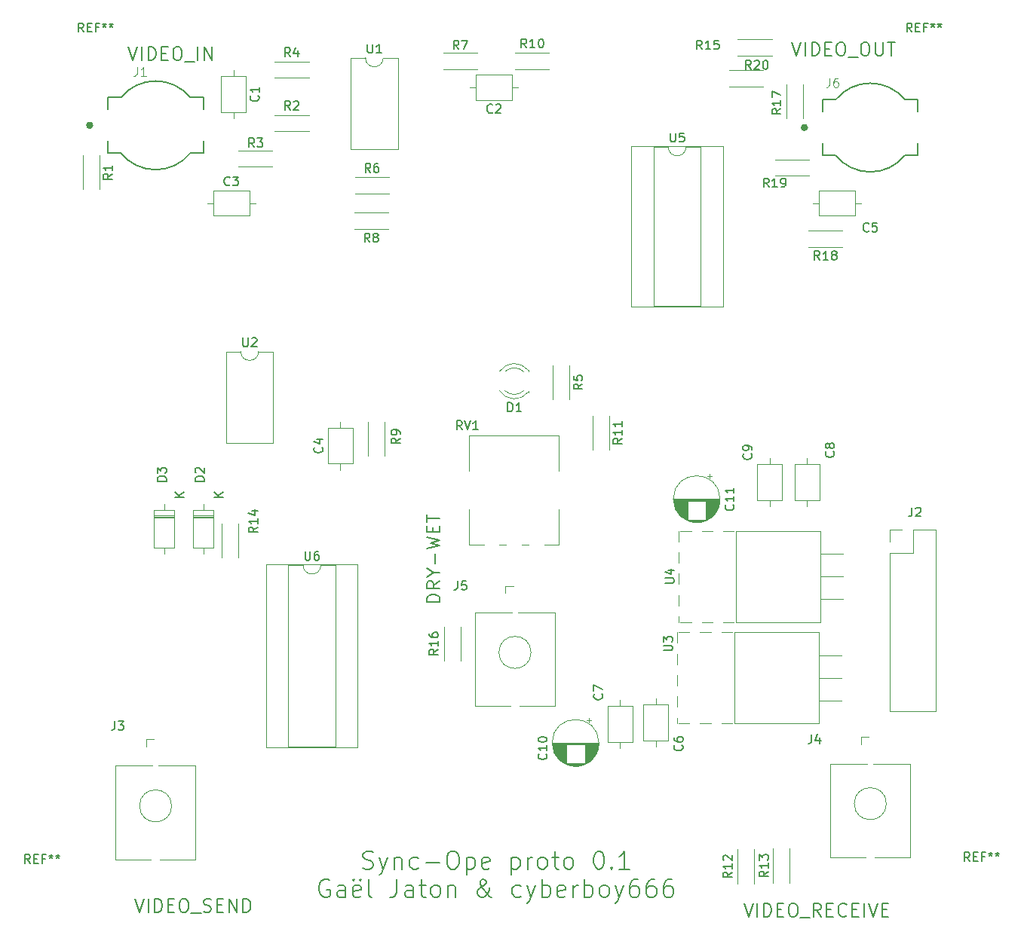
<source format=gto>
G04 #@! TF.GenerationSoftware,KiCad,Pcbnew,(5.1.4-0-10_14)*
G04 #@! TF.CreationDate,2019-11-25T16:16:25+01:00*
G04 #@! TF.ProjectId,Sync-Ope-proto,53796e63-2d4f-4706-952d-70726f746f2e,0.1*
G04 #@! TF.SameCoordinates,Original*
G04 #@! TF.FileFunction,Legend,Top*
G04 #@! TF.FilePolarity,Positive*
%FSLAX46Y46*%
G04 Gerber Fmt 4.6, Leading zero omitted, Abs format (unit mm)*
G04 Created by KiCad (PCBNEW (5.1.4-0-10_14)) date 2019-11-25 16:16:25*
%MOMM*%
%LPD*%
G04 APERTURE LIST*
%ADD10C,0.150000*%
%ADD11C,0.120000*%
%ADD12C,0.400000*%
%ADD13C,0.127000*%
%ADD14C,0.050000*%
G04 APERTURE END LIST*
D10*
X142178571Y-113821428D02*
X140678571Y-113821428D01*
X140678571Y-113464285D01*
X140750000Y-113250000D01*
X140892857Y-113107142D01*
X141035714Y-113035714D01*
X141321428Y-112964285D01*
X141535714Y-112964285D01*
X141821428Y-113035714D01*
X141964285Y-113107142D01*
X142107142Y-113250000D01*
X142178571Y-113464285D01*
X142178571Y-113821428D01*
X142178571Y-111464285D02*
X141464285Y-111964285D01*
X142178571Y-112321428D02*
X140678571Y-112321428D01*
X140678571Y-111750000D01*
X140750000Y-111607142D01*
X140821428Y-111535714D01*
X140964285Y-111464285D01*
X141178571Y-111464285D01*
X141321428Y-111535714D01*
X141392857Y-111607142D01*
X141464285Y-111750000D01*
X141464285Y-112321428D01*
X141464285Y-110535714D02*
X142178571Y-110535714D01*
X140678571Y-111035714D02*
X141464285Y-110535714D01*
X140678571Y-110035714D01*
X141607142Y-109535714D02*
X141607142Y-108392857D01*
X140678571Y-107821428D02*
X142178571Y-107464285D01*
X141107142Y-107178571D01*
X142178571Y-106892857D01*
X140678571Y-106535714D01*
X141392857Y-105964285D02*
X141392857Y-105464285D01*
X142178571Y-105250000D02*
X142178571Y-105964285D01*
X140678571Y-105964285D01*
X140678571Y-105250000D01*
X140678571Y-104821428D02*
X140678571Y-103964285D01*
X142178571Y-104392857D02*
X140678571Y-104392857D01*
X176321428Y-147678571D02*
X176821428Y-149178571D01*
X177321428Y-147678571D01*
X177821428Y-149178571D02*
X177821428Y-147678571D01*
X178535714Y-149178571D02*
X178535714Y-147678571D01*
X178892857Y-147678571D01*
X179107142Y-147750000D01*
X179250000Y-147892857D01*
X179321428Y-148035714D01*
X179392857Y-148321428D01*
X179392857Y-148535714D01*
X179321428Y-148821428D01*
X179250000Y-148964285D01*
X179107142Y-149107142D01*
X178892857Y-149178571D01*
X178535714Y-149178571D01*
X180035714Y-148392857D02*
X180535714Y-148392857D01*
X180750000Y-149178571D02*
X180035714Y-149178571D01*
X180035714Y-147678571D01*
X180750000Y-147678571D01*
X181678571Y-147678571D02*
X181964285Y-147678571D01*
X182107142Y-147750000D01*
X182250000Y-147892857D01*
X182321428Y-148178571D01*
X182321428Y-148678571D01*
X182250000Y-148964285D01*
X182107142Y-149107142D01*
X181964285Y-149178571D01*
X181678571Y-149178571D01*
X181535714Y-149107142D01*
X181392857Y-148964285D01*
X181321428Y-148678571D01*
X181321428Y-148178571D01*
X181392857Y-147892857D01*
X181535714Y-147750000D01*
X181678571Y-147678571D01*
X182607142Y-149321428D02*
X183750000Y-149321428D01*
X184964285Y-149178571D02*
X184464285Y-148464285D01*
X184107142Y-149178571D02*
X184107142Y-147678571D01*
X184678571Y-147678571D01*
X184821428Y-147750000D01*
X184892857Y-147821428D01*
X184964285Y-147964285D01*
X184964285Y-148178571D01*
X184892857Y-148321428D01*
X184821428Y-148392857D01*
X184678571Y-148464285D01*
X184107142Y-148464285D01*
X185607142Y-148392857D02*
X186107142Y-148392857D01*
X186321428Y-149178571D02*
X185607142Y-149178571D01*
X185607142Y-147678571D01*
X186321428Y-147678571D01*
X187821428Y-149035714D02*
X187750000Y-149107142D01*
X187535714Y-149178571D01*
X187392857Y-149178571D01*
X187178571Y-149107142D01*
X187035714Y-148964285D01*
X186964285Y-148821428D01*
X186892857Y-148535714D01*
X186892857Y-148321428D01*
X186964285Y-148035714D01*
X187035714Y-147892857D01*
X187178571Y-147750000D01*
X187392857Y-147678571D01*
X187535714Y-147678571D01*
X187750000Y-147750000D01*
X187821428Y-147821428D01*
X188464285Y-148392857D02*
X188964285Y-148392857D01*
X189178571Y-149178571D02*
X188464285Y-149178571D01*
X188464285Y-147678571D01*
X189178571Y-147678571D01*
X189821428Y-149178571D02*
X189821428Y-147678571D01*
X190321428Y-147678571D02*
X190821428Y-149178571D01*
X191321428Y-147678571D01*
X191821428Y-148392857D02*
X192321428Y-148392857D01*
X192535714Y-149178571D02*
X191821428Y-149178571D01*
X191821428Y-147678571D01*
X192535714Y-147678571D01*
X181714285Y-50928571D02*
X182214285Y-52428571D01*
X182714285Y-50928571D01*
X183214285Y-52428571D02*
X183214285Y-50928571D01*
X183928571Y-52428571D02*
X183928571Y-50928571D01*
X184285714Y-50928571D01*
X184500000Y-51000000D01*
X184642857Y-51142857D01*
X184714285Y-51285714D01*
X184785714Y-51571428D01*
X184785714Y-51785714D01*
X184714285Y-52071428D01*
X184642857Y-52214285D01*
X184500000Y-52357142D01*
X184285714Y-52428571D01*
X183928571Y-52428571D01*
X185428571Y-51642857D02*
X185928571Y-51642857D01*
X186142857Y-52428571D02*
X185428571Y-52428571D01*
X185428571Y-50928571D01*
X186142857Y-50928571D01*
X187071428Y-50928571D02*
X187357142Y-50928571D01*
X187500000Y-51000000D01*
X187642857Y-51142857D01*
X187714285Y-51428571D01*
X187714285Y-51928571D01*
X187642857Y-52214285D01*
X187500000Y-52357142D01*
X187357142Y-52428571D01*
X187071428Y-52428571D01*
X186928571Y-52357142D01*
X186785714Y-52214285D01*
X186714285Y-51928571D01*
X186714285Y-51428571D01*
X186785714Y-51142857D01*
X186928571Y-51000000D01*
X187071428Y-50928571D01*
X188000000Y-52571428D02*
X189142857Y-52571428D01*
X189785714Y-50928571D02*
X190071428Y-50928571D01*
X190214285Y-51000000D01*
X190357142Y-51142857D01*
X190428571Y-51428571D01*
X190428571Y-51928571D01*
X190357142Y-52214285D01*
X190214285Y-52357142D01*
X190071428Y-52428571D01*
X189785714Y-52428571D01*
X189642857Y-52357142D01*
X189500000Y-52214285D01*
X189428571Y-51928571D01*
X189428571Y-51428571D01*
X189500000Y-51142857D01*
X189642857Y-51000000D01*
X189785714Y-50928571D01*
X191071428Y-50928571D02*
X191071428Y-52142857D01*
X191142857Y-52285714D01*
X191214285Y-52357142D01*
X191357142Y-52428571D01*
X191642857Y-52428571D01*
X191785714Y-52357142D01*
X191857142Y-52285714D01*
X191928571Y-52142857D01*
X191928571Y-50928571D01*
X192428571Y-50928571D02*
X193285714Y-50928571D01*
X192857142Y-52428571D02*
X192857142Y-50928571D01*
X107214285Y-51428571D02*
X107714285Y-52928571D01*
X108214285Y-51428571D01*
X108714285Y-52928571D02*
X108714285Y-51428571D01*
X109428571Y-52928571D02*
X109428571Y-51428571D01*
X109785714Y-51428571D01*
X110000000Y-51500000D01*
X110142857Y-51642857D01*
X110214285Y-51785714D01*
X110285714Y-52071428D01*
X110285714Y-52285714D01*
X110214285Y-52571428D01*
X110142857Y-52714285D01*
X110000000Y-52857142D01*
X109785714Y-52928571D01*
X109428571Y-52928571D01*
X110928571Y-52142857D02*
X111428571Y-52142857D01*
X111642857Y-52928571D02*
X110928571Y-52928571D01*
X110928571Y-51428571D01*
X111642857Y-51428571D01*
X112571428Y-51428571D02*
X112857142Y-51428571D01*
X113000000Y-51500000D01*
X113142857Y-51642857D01*
X113214285Y-51928571D01*
X113214285Y-52428571D01*
X113142857Y-52714285D01*
X113000000Y-52857142D01*
X112857142Y-52928571D01*
X112571428Y-52928571D01*
X112428571Y-52857142D01*
X112285714Y-52714285D01*
X112214285Y-52428571D01*
X112214285Y-51928571D01*
X112285714Y-51642857D01*
X112428571Y-51500000D01*
X112571428Y-51428571D01*
X113500000Y-53071428D02*
X114642857Y-53071428D01*
X115000000Y-52928571D02*
X115000000Y-51428571D01*
X115714285Y-52928571D02*
X115714285Y-51428571D01*
X116571428Y-52928571D01*
X116571428Y-51428571D01*
X107928571Y-147178571D02*
X108428571Y-148678571D01*
X108928571Y-147178571D01*
X109428571Y-148678571D02*
X109428571Y-147178571D01*
X110142857Y-148678571D02*
X110142857Y-147178571D01*
X110500000Y-147178571D01*
X110714285Y-147250000D01*
X110857142Y-147392857D01*
X110928571Y-147535714D01*
X111000000Y-147821428D01*
X111000000Y-148035714D01*
X110928571Y-148321428D01*
X110857142Y-148464285D01*
X110714285Y-148607142D01*
X110500000Y-148678571D01*
X110142857Y-148678571D01*
X111642857Y-147892857D02*
X112142857Y-147892857D01*
X112357142Y-148678571D02*
X111642857Y-148678571D01*
X111642857Y-147178571D01*
X112357142Y-147178571D01*
X113285714Y-147178571D02*
X113571428Y-147178571D01*
X113714285Y-147250000D01*
X113857142Y-147392857D01*
X113928571Y-147678571D01*
X113928571Y-148178571D01*
X113857142Y-148464285D01*
X113714285Y-148607142D01*
X113571428Y-148678571D01*
X113285714Y-148678571D01*
X113142857Y-148607142D01*
X113000000Y-148464285D01*
X112928571Y-148178571D01*
X112928571Y-147678571D01*
X113000000Y-147392857D01*
X113142857Y-147250000D01*
X113285714Y-147178571D01*
X114214285Y-148821428D02*
X115357142Y-148821428D01*
X115642857Y-148607142D02*
X115857142Y-148678571D01*
X116214285Y-148678571D01*
X116357142Y-148607142D01*
X116428571Y-148535714D01*
X116500000Y-148392857D01*
X116500000Y-148250000D01*
X116428571Y-148107142D01*
X116357142Y-148035714D01*
X116214285Y-147964285D01*
X115928571Y-147892857D01*
X115785714Y-147821428D01*
X115714285Y-147750000D01*
X115642857Y-147607142D01*
X115642857Y-147464285D01*
X115714285Y-147321428D01*
X115785714Y-147250000D01*
X115928571Y-147178571D01*
X116285714Y-147178571D01*
X116500000Y-147250000D01*
X117142857Y-147892857D02*
X117642857Y-147892857D01*
X117857142Y-148678571D02*
X117142857Y-148678571D01*
X117142857Y-147178571D01*
X117857142Y-147178571D01*
X118500000Y-148678571D02*
X118500000Y-147178571D01*
X119357142Y-148678571D01*
X119357142Y-147178571D01*
X120071428Y-148678571D02*
X120071428Y-147178571D01*
X120428571Y-147178571D01*
X120642857Y-147250000D01*
X120785714Y-147392857D01*
X120857142Y-147535714D01*
X120928571Y-147821428D01*
X120928571Y-148035714D01*
X120857142Y-148321428D01*
X120785714Y-148464285D01*
X120642857Y-148607142D01*
X120428571Y-148678571D01*
X120071428Y-148678571D01*
X133547619Y-143734523D02*
X133833333Y-143829761D01*
X134309523Y-143829761D01*
X134500000Y-143734523D01*
X134595238Y-143639285D01*
X134690476Y-143448809D01*
X134690476Y-143258333D01*
X134595238Y-143067857D01*
X134500000Y-142972619D01*
X134309523Y-142877380D01*
X133928571Y-142782142D01*
X133738095Y-142686904D01*
X133642857Y-142591666D01*
X133547619Y-142401190D01*
X133547619Y-142210714D01*
X133642857Y-142020238D01*
X133738095Y-141925000D01*
X133928571Y-141829761D01*
X134404761Y-141829761D01*
X134690476Y-141925000D01*
X135357142Y-142496428D02*
X135833333Y-143829761D01*
X136309523Y-142496428D02*
X135833333Y-143829761D01*
X135642857Y-144305952D01*
X135547619Y-144401190D01*
X135357142Y-144496428D01*
X137071428Y-142496428D02*
X137071428Y-143829761D01*
X137071428Y-142686904D02*
X137166666Y-142591666D01*
X137357142Y-142496428D01*
X137642857Y-142496428D01*
X137833333Y-142591666D01*
X137928571Y-142782142D01*
X137928571Y-143829761D01*
X139738095Y-143734523D02*
X139547619Y-143829761D01*
X139166666Y-143829761D01*
X138976190Y-143734523D01*
X138880952Y-143639285D01*
X138785714Y-143448809D01*
X138785714Y-142877380D01*
X138880952Y-142686904D01*
X138976190Y-142591666D01*
X139166666Y-142496428D01*
X139547619Y-142496428D01*
X139738095Y-142591666D01*
X140595238Y-143067857D02*
X142119047Y-143067857D01*
X143452380Y-141829761D02*
X143833333Y-141829761D01*
X144023809Y-141925000D01*
X144214285Y-142115476D01*
X144309523Y-142496428D01*
X144309523Y-143163095D01*
X144214285Y-143544047D01*
X144023809Y-143734523D01*
X143833333Y-143829761D01*
X143452380Y-143829761D01*
X143261904Y-143734523D01*
X143071428Y-143544047D01*
X142976190Y-143163095D01*
X142976190Y-142496428D01*
X143071428Y-142115476D01*
X143261904Y-141925000D01*
X143452380Y-141829761D01*
X145166666Y-142496428D02*
X145166666Y-144496428D01*
X145166666Y-142591666D02*
X145357142Y-142496428D01*
X145738095Y-142496428D01*
X145928571Y-142591666D01*
X146023809Y-142686904D01*
X146119047Y-142877380D01*
X146119047Y-143448809D01*
X146023809Y-143639285D01*
X145928571Y-143734523D01*
X145738095Y-143829761D01*
X145357142Y-143829761D01*
X145166666Y-143734523D01*
X147738095Y-143734523D02*
X147547619Y-143829761D01*
X147166666Y-143829761D01*
X146976190Y-143734523D01*
X146880952Y-143544047D01*
X146880952Y-142782142D01*
X146976190Y-142591666D01*
X147166666Y-142496428D01*
X147547619Y-142496428D01*
X147738095Y-142591666D01*
X147833333Y-142782142D01*
X147833333Y-142972619D01*
X146880952Y-143163095D01*
X150214285Y-142496428D02*
X150214285Y-144496428D01*
X150214285Y-142591666D02*
X150404761Y-142496428D01*
X150785714Y-142496428D01*
X150976190Y-142591666D01*
X151071428Y-142686904D01*
X151166666Y-142877380D01*
X151166666Y-143448809D01*
X151071428Y-143639285D01*
X150976190Y-143734523D01*
X150785714Y-143829761D01*
X150404761Y-143829761D01*
X150214285Y-143734523D01*
X152023809Y-143829761D02*
X152023809Y-142496428D01*
X152023809Y-142877380D02*
X152119047Y-142686904D01*
X152214285Y-142591666D01*
X152404761Y-142496428D01*
X152595238Y-142496428D01*
X153547619Y-143829761D02*
X153357142Y-143734523D01*
X153261904Y-143639285D01*
X153166666Y-143448809D01*
X153166666Y-142877380D01*
X153261904Y-142686904D01*
X153357142Y-142591666D01*
X153547619Y-142496428D01*
X153833333Y-142496428D01*
X154023809Y-142591666D01*
X154119047Y-142686904D01*
X154214285Y-142877380D01*
X154214285Y-143448809D01*
X154119047Y-143639285D01*
X154023809Y-143734523D01*
X153833333Y-143829761D01*
X153547619Y-143829761D01*
X154785714Y-142496428D02*
X155547619Y-142496428D01*
X155071428Y-141829761D02*
X155071428Y-143544047D01*
X155166666Y-143734523D01*
X155357142Y-143829761D01*
X155547619Y-143829761D01*
X156500000Y-143829761D02*
X156309523Y-143734523D01*
X156214285Y-143639285D01*
X156119047Y-143448809D01*
X156119047Y-142877380D01*
X156214285Y-142686904D01*
X156309523Y-142591666D01*
X156500000Y-142496428D01*
X156785714Y-142496428D01*
X156976190Y-142591666D01*
X157071428Y-142686904D01*
X157166666Y-142877380D01*
X157166666Y-143448809D01*
X157071428Y-143639285D01*
X156976190Y-143734523D01*
X156785714Y-143829761D01*
X156500000Y-143829761D01*
X159928571Y-141829761D02*
X160119047Y-141829761D01*
X160309523Y-141925000D01*
X160404761Y-142020238D01*
X160500000Y-142210714D01*
X160595238Y-142591666D01*
X160595238Y-143067857D01*
X160500000Y-143448809D01*
X160404761Y-143639285D01*
X160309523Y-143734523D01*
X160119047Y-143829761D01*
X159928571Y-143829761D01*
X159738095Y-143734523D01*
X159642857Y-143639285D01*
X159547619Y-143448809D01*
X159452380Y-143067857D01*
X159452380Y-142591666D01*
X159547619Y-142210714D01*
X159642857Y-142020238D01*
X159738095Y-141925000D01*
X159928571Y-141829761D01*
X161452380Y-143639285D02*
X161547619Y-143734523D01*
X161452380Y-143829761D01*
X161357142Y-143734523D01*
X161452380Y-143639285D01*
X161452380Y-143829761D01*
X163452380Y-143829761D02*
X162309523Y-143829761D01*
X162880952Y-143829761D02*
X162880952Y-141829761D01*
X162690476Y-142115476D01*
X162500000Y-142305952D01*
X162309523Y-142401190D01*
X129738095Y-145075000D02*
X129547619Y-144979761D01*
X129261904Y-144979761D01*
X128976190Y-145075000D01*
X128785714Y-145265476D01*
X128690476Y-145455952D01*
X128595238Y-145836904D01*
X128595238Y-146122619D01*
X128690476Y-146503571D01*
X128785714Y-146694047D01*
X128976190Y-146884523D01*
X129261904Y-146979761D01*
X129452380Y-146979761D01*
X129738095Y-146884523D01*
X129833333Y-146789285D01*
X129833333Y-146122619D01*
X129452380Y-146122619D01*
X131547619Y-146979761D02*
X131547619Y-145932142D01*
X131452380Y-145741666D01*
X131261904Y-145646428D01*
X130880952Y-145646428D01*
X130690476Y-145741666D01*
X131547619Y-146884523D02*
X131357142Y-146979761D01*
X130880952Y-146979761D01*
X130690476Y-146884523D01*
X130595238Y-146694047D01*
X130595238Y-146503571D01*
X130690476Y-146313095D01*
X130880952Y-146217857D01*
X131357142Y-146217857D01*
X131547619Y-146122619D01*
X133261904Y-146884523D02*
X133071428Y-146979761D01*
X132690476Y-146979761D01*
X132500000Y-146884523D01*
X132404761Y-146694047D01*
X132404761Y-145932142D01*
X132500000Y-145741666D01*
X132690476Y-145646428D01*
X133071428Y-145646428D01*
X133261904Y-145741666D01*
X133357142Y-145932142D01*
X133357142Y-146122619D01*
X132404761Y-146313095D01*
X132500000Y-144979761D02*
X132595238Y-145075000D01*
X132500000Y-145170238D01*
X132404761Y-145075000D01*
X132500000Y-144979761D01*
X132500000Y-145170238D01*
X133261904Y-144979761D02*
X133357142Y-145075000D01*
X133261904Y-145170238D01*
X133166666Y-145075000D01*
X133261904Y-144979761D01*
X133261904Y-145170238D01*
X134500000Y-146979761D02*
X134309523Y-146884523D01*
X134214285Y-146694047D01*
X134214285Y-144979761D01*
X137357142Y-144979761D02*
X137357142Y-146408333D01*
X137261904Y-146694047D01*
X137071428Y-146884523D01*
X136785714Y-146979761D01*
X136595238Y-146979761D01*
X139166666Y-146979761D02*
X139166666Y-145932142D01*
X139071428Y-145741666D01*
X138880952Y-145646428D01*
X138500000Y-145646428D01*
X138309523Y-145741666D01*
X139166666Y-146884523D02*
X138976190Y-146979761D01*
X138500000Y-146979761D01*
X138309523Y-146884523D01*
X138214285Y-146694047D01*
X138214285Y-146503571D01*
X138309523Y-146313095D01*
X138500000Y-146217857D01*
X138976190Y-146217857D01*
X139166666Y-146122619D01*
X139833333Y-145646428D02*
X140595238Y-145646428D01*
X140119047Y-144979761D02*
X140119047Y-146694047D01*
X140214285Y-146884523D01*
X140404761Y-146979761D01*
X140595238Y-146979761D01*
X141547619Y-146979761D02*
X141357142Y-146884523D01*
X141261904Y-146789285D01*
X141166666Y-146598809D01*
X141166666Y-146027380D01*
X141261904Y-145836904D01*
X141357142Y-145741666D01*
X141547619Y-145646428D01*
X141833333Y-145646428D01*
X142023809Y-145741666D01*
X142119047Y-145836904D01*
X142214285Y-146027380D01*
X142214285Y-146598809D01*
X142119047Y-146789285D01*
X142023809Y-146884523D01*
X141833333Y-146979761D01*
X141547619Y-146979761D01*
X143071428Y-145646428D02*
X143071428Y-146979761D01*
X143071428Y-145836904D02*
X143166666Y-145741666D01*
X143357142Y-145646428D01*
X143642857Y-145646428D01*
X143833333Y-145741666D01*
X143928571Y-145932142D01*
X143928571Y-146979761D01*
X148023809Y-146979761D02*
X147928571Y-146979761D01*
X147738095Y-146884523D01*
X147452380Y-146598809D01*
X146976190Y-146027380D01*
X146785714Y-145741666D01*
X146690476Y-145455952D01*
X146690476Y-145265476D01*
X146785714Y-145075000D01*
X146976190Y-144979761D01*
X147071428Y-144979761D01*
X147261904Y-145075000D01*
X147357142Y-145265476D01*
X147357142Y-145360714D01*
X147261904Y-145551190D01*
X147166666Y-145646428D01*
X146595238Y-146027380D01*
X146500000Y-146122619D01*
X146404761Y-146313095D01*
X146404761Y-146598809D01*
X146500000Y-146789285D01*
X146595238Y-146884523D01*
X146785714Y-146979761D01*
X147071428Y-146979761D01*
X147261904Y-146884523D01*
X147357142Y-146789285D01*
X147642857Y-146408333D01*
X147738095Y-146122619D01*
X147738095Y-145932142D01*
X151261904Y-146884523D02*
X151071428Y-146979761D01*
X150690476Y-146979761D01*
X150500000Y-146884523D01*
X150404761Y-146789285D01*
X150309523Y-146598809D01*
X150309523Y-146027380D01*
X150404761Y-145836904D01*
X150500000Y-145741666D01*
X150690476Y-145646428D01*
X151071428Y-145646428D01*
X151261904Y-145741666D01*
X151928571Y-145646428D02*
X152404761Y-146979761D01*
X152880952Y-145646428D02*
X152404761Y-146979761D01*
X152214285Y-147455952D01*
X152119047Y-147551190D01*
X151928571Y-147646428D01*
X153642857Y-146979761D02*
X153642857Y-144979761D01*
X153642857Y-145741666D02*
X153833333Y-145646428D01*
X154214285Y-145646428D01*
X154404761Y-145741666D01*
X154500000Y-145836904D01*
X154595238Y-146027380D01*
X154595238Y-146598809D01*
X154500000Y-146789285D01*
X154404761Y-146884523D01*
X154214285Y-146979761D01*
X153833333Y-146979761D01*
X153642857Y-146884523D01*
X156214285Y-146884523D02*
X156023809Y-146979761D01*
X155642857Y-146979761D01*
X155452380Y-146884523D01*
X155357142Y-146694047D01*
X155357142Y-145932142D01*
X155452380Y-145741666D01*
X155642857Y-145646428D01*
X156023809Y-145646428D01*
X156214285Y-145741666D01*
X156309523Y-145932142D01*
X156309523Y-146122619D01*
X155357142Y-146313095D01*
X157166666Y-146979761D02*
X157166666Y-145646428D01*
X157166666Y-146027380D02*
X157261904Y-145836904D01*
X157357142Y-145741666D01*
X157547619Y-145646428D01*
X157738095Y-145646428D01*
X158404761Y-146979761D02*
X158404761Y-144979761D01*
X158404761Y-145741666D02*
X158595238Y-145646428D01*
X158976190Y-145646428D01*
X159166666Y-145741666D01*
X159261904Y-145836904D01*
X159357142Y-146027380D01*
X159357142Y-146598809D01*
X159261904Y-146789285D01*
X159166666Y-146884523D01*
X158976190Y-146979761D01*
X158595238Y-146979761D01*
X158404761Y-146884523D01*
X160500000Y-146979761D02*
X160309523Y-146884523D01*
X160214285Y-146789285D01*
X160119047Y-146598809D01*
X160119047Y-146027380D01*
X160214285Y-145836904D01*
X160309523Y-145741666D01*
X160500000Y-145646428D01*
X160785714Y-145646428D01*
X160976190Y-145741666D01*
X161071428Y-145836904D01*
X161166666Y-146027380D01*
X161166666Y-146598809D01*
X161071428Y-146789285D01*
X160976190Y-146884523D01*
X160785714Y-146979761D01*
X160500000Y-146979761D01*
X161833333Y-145646428D02*
X162309523Y-146979761D01*
X162785714Y-145646428D02*
X162309523Y-146979761D01*
X162119047Y-147455952D01*
X162023809Y-147551190D01*
X161833333Y-147646428D01*
X164404761Y-144979761D02*
X164023809Y-144979761D01*
X163833333Y-145075000D01*
X163738095Y-145170238D01*
X163547619Y-145455952D01*
X163452380Y-145836904D01*
X163452380Y-146598809D01*
X163547619Y-146789285D01*
X163642857Y-146884523D01*
X163833333Y-146979761D01*
X164214285Y-146979761D01*
X164404761Y-146884523D01*
X164500000Y-146789285D01*
X164595238Y-146598809D01*
X164595238Y-146122619D01*
X164500000Y-145932142D01*
X164404761Y-145836904D01*
X164214285Y-145741666D01*
X163833333Y-145741666D01*
X163642857Y-145836904D01*
X163547619Y-145932142D01*
X163452380Y-146122619D01*
X166309523Y-144979761D02*
X165928571Y-144979761D01*
X165738095Y-145075000D01*
X165642857Y-145170238D01*
X165452380Y-145455952D01*
X165357142Y-145836904D01*
X165357142Y-146598809D01*
X165452380Y-146789285D01*
X165547619Y-146884523D01*
X165738095Y-146979761D01*
X166119047Y-146979761D01*
X166309523Y-146884523D01*
X166404761Y-146789285D01*
X166500000Y-146598809D01*
X166500000Y-146122619D01*
X166404761Y-145932142D01*
X166309523Y-145836904D01*
X166119047Y-145741666D01*
X165738095Y-145741666D01*
X165547619Y-145836904D01*
X165452380Y-145932142D01*
X165357142Y-146122619D01*
X168214285Y-144979761D02*
X167833333Y-144979761D01*
X167642857Y-145075000D01*
X167547619Y-145170238D01*
X167357142Y-145455952D01*
X167261904Y-145836904D01*
X167261904Y-146598809D01*
X167357142Y-146789285D01*
X167452380Y-146884523D01*
X167642857Y-146979761D01*
X168023809Y-146979761D01*
X168214285Y-146884523D01*
X168309523Y-146789285D01*
X168404761Y-146598809D01*
X168404761Y-146122619D01*
X168309523Y-145932142D01*
X168214285Y-145836904D01*
X168023809Y-145741666D01*
X167642857Y-145741666D01*
X167452380Y-145836904D01*
X167357142Y-145932142D01*
X167261904Y-146122619D01*
D11*
X177420000Y-141620000D02*
X177420000Y-145460000D01*
X175580000Y-141620000D02*
X175580000Y-145460000D01*
X186000000Y-131980000D02*
X186000000Y-142480000D01*
X195000000Y-131980000D02*
X195000000Y-142480000D01*
X195000000Y-142480000D02*
X191000000Y-142480000D01*
X190000000Y-142480000D02*
X186000000Y-142480000D01*
X195000000Y-131980000D02*
X190850000Y-131980000D01*
X190150000Y-131980000D02*
X186000000Y-131980000D01*
X192300000Y-136480000D02*
G75*
G03X192300000Y-136480000I-1800000J0D01*
G01*
X189440000Y-129000000D02*
X189440000Y-129800000D01*
X189440000Y-129000000D02*
X190300000Y-129000000D01*
D12*
X183300000Y-60500000D02*
G75*
G03X183300000Y-60500000I-200000J0D01*
G01*
D13*
X195850000Y-57365000D02*
X194384000Y-57365000D01*
X186616000Y-57365000D02*
X185150000Y-57365000D01*
X186616000Y-63635000D02*
X185150000Y-63635000D01*
X195850000Y-63635000D02*
X194384000Y-63635000D01*
X186617924Y-57362628D02*
G75*
G02X194384000Y-57365000I3882076J-3151223D01*
G01*
X194382076Y-63637372D02*
G75*
G02X186616000Y-63635000I-3882076J3151223D01*
G01*
X185150000Y-62265000D02*
X185150000Y-63635000D01*
X185150000Y-57365000D02*
X185150000Y-58735000D01*
X195850000Y-57365000D02*
X195850000Y-58735000D01*
X195850000Y-62265000D02*
X195850000Y-63635000D01*
D11*
X183630000Y-65920000D02*
X179790000Y-65920000D01*
X183630000Y-64080000D02*
X179790000Y-64080000D01*
X105750000Y-132230000D02*
X105750000Y-142730000D01*
X114750000Y-132230000D02*
X114750000Y-142730000D01*
X114750000Y-142730000D02*
X110750000Y-142730000D01*
X109750000Y-142730000D02*
X105750000Y-142730000D01*
X114750000Y-132230000D02*
X110600000Y-132230000D01*
X109900000Y-132230000D02*
X105750000Y-132230000D01*
X112050000Y-136730000D02*
G75*
G03X112050000Y-136730000I-1800000J0D01*
G01*
X109190000Y-129250000D02*
X109190000Y-130050000D01*
X109190000Y-129250000D02*
X110050000Y-129250000D01*
X160020000Y-129650000D02*
G75*
G03X160020000Y-129650000I-2620000J0D01*
G01*
X159980000Y-129650000D02*
X154820000Y-129650000D01*
X159980000Y-129690000D02*
X154820000Y-129690000D01*
X159979000Y-129730000D02*
X154821000Y-129730000D01*
X159978000Y-129770000D02*
X154822000Y-129770000D01*
X159976000Y-129810000D02*
X154824000Y-129810000D01*
X159973000Y-129850000D02*
X154827000Y-129850000D01*
X159969000Y-129890000D02*
X158440000Y-129890000D01*
X156360000Y-129890000D02*
X154831000Y-129890000D01*
X159965000Y-129930000D02*
X158440000Y-129930000D01*
X156360000Y-129930000D02*
X154835000Y-129930000D01*
X159961000Y-129970000D02*
X158440000Y-129970000D01*
X156360000Y-129970000D02*
X154839000Y-129970000D01*
X159956000Y-130010000D02*
X158440000Y-130010000D01*
X156360000Y-130010000D02*
X154844000Y-130010000D01*
X159950000Y-130050000D02*
X158440000Y-130050000D01*
X156360000Y-130050000D02*
X154850000Y-130050000D01*
X159943000Y-130090000D02*
X158440000Y-130090000D01*
X156360000Y-130090000D02*
X154857000Y-130090000D01*
X159936000Y-130130000D02*
X158440000Y-130130000D01*
X156360000Y-130130000D02*
X154864000Y-130130000D01*
X159928000Y-130170000D02*
X158440000Y-130170000D01*
X156360000Y-130170000D02*
X154872000Y-130170000D01*
X159920000Y-130210000D02*
X158440000Y-130210000D01*
X156360000Y-130210000D02*
X154880000Y-130210000D01*
X159911000Y-130250000D02*
X158440000Y-130250000D01*
X156360000Y-130250000D02*
X154889000Y-130250000D01*
X159901000Y-130290000D02*
X158440000Y-130290000D01*
X156360000Y-130290000D02*
X154899000Y-130290000D01*
X159891000Y-130330000D02*
X158440000Y-130330000D01*
X156360000Y-130330000D02*
X154909000Y-130330000D01*
X159880000Y-130371000D02*
X158440000Y-130371000D01*
X156360000Y-130371000D02*
X154920000Y-130371000D01*
X159868000Y-130411000D02*
X158440000Y-130411000D01*
X156360000Y-130411000D02*
X154932000Y-130411000D01*
X159855000Y-130451000D02*
X158440000Y-130451000D01*
X156360000Y-130451000D02*
X154945000Y-130451000D01*
X159842000Y-130491000D02*
X158440000Y-130491000D01*
X156360000Y-130491000D02*
X154958000Y-130491000D01*
X159828000Y-130531000D02*
X158440000Y-130531000D01*
X156360000Y-130531000D02*
X154972000Y-130531000D01*
X159814000Y-130571000D02*
X158440000Y-130571000D01*
X156360000Y-130571000D02*
X154986000Y-130571000D01*
X159798000Y-130611000D02*
X158440000Y-130611000D01*
X156360000Y-130611000D02*
X155002000Y-130611000D01*
X159782000Y-130651000D02*
X158440000Y-130651000D01*
X156360000Y-130651000D02*
X155018000Y-130651000D01*
X159765000Y-130691000D02*
X158440000Y-130691000D01*
X156360000Y-130691000D02*
X155035000Y-130691000D01*
X159748000Y-130731000D02*
X158440000Y-130731000D01*
X156360000Y-130731000D02*
X155052000Y-130731000D01*
X159729000Y-130771000D02*
X158440000Y-130771000D01*
X156360000Y-130771000D02*
X155071000Y-130771000D01*
X159710000Y-130811000D02*
X158440000Y-130811000D01*
X156360000Y-130811000D02*
X155090000Y-130811000D01*
X159690000Y-130851000D02*
X158440000Y-130851000D01*
X156360000Y-130851000D02*
X155110000Y-130851000D01*
X159668000Y-130891000D02*
X158440000Y-130891000D01*
X156360000Y-130891000D02*
X155132000Y-130891000D01*
X159647000Y-130931000D02*
X158440000Y-130931000D01*
X156360000Y-130931000D02*
X155153000Y-130931000D01*
X159624000Y-130971000D02*
X158440000Y-130971000D01*
X156360000Y-130971000D02*
X155176000Y-130971000D01*
X159600000Y-131011000D02*
X158440000Y-131011000D01*
X156360000Y-131011000D02*
X155200000Y-131011000D01*
X159575000Y-131051000D02*
X158440000Y-131051000D01*
X156360000Y-131051000D02*
X155225000Y-131051000D01*
X159549000Y-131091000D02*
X158440000Y-131091000D01*
X156360000Y-131091000D02*
X155251000Y-131091000D01*
X159522000Y-131131000D02*
X158440000Y-131131000D01*
X156360000Y-131131000D02*
X155278000Y-131131000D01*
X159495000Y-131171000D02*
X158440000Y-131171000D01*
X156360000Y-131171000D02*
X155305000Y-131171000D01*
X159465000Y-131211000D02*
X158440000Y-131211000D01*
X156360000Y-131211000D02*
X155335000Y-131211000D01*
X159435000Y-131251000D02*
X158440000Y-131251000D01*
X156360000Y-131251000D02*
X155365000Y-131251000D01*
X159404000Y-131291000D02*
X158440000Y-131291000D01*
X156360000Y-131291000D02*
X155396000Y-131291000D01*
X159371000Y-131331000D02*
X158440000Y-131331000D01*
X156360000Y-131331000D02*
X155429000Y-131331000D01*
X159337000Y-131371000D02*
X158440000Y-131371000D01*
X156360000Y-131371000D02*
X155463000Y-131371000D01*
X159301000Y-131411000D02*
X158440000Y-131411000D01*
X156360000Y-131411000D02*
X155499000Y-131411000D01*
X159264000Y-131451000D02*
X158440000Y-131451000D01*
X156360000Y-131451000D02*
X155536000Y-131451000D01*
X159226000Y-131491000D02*
X158440000Y-131491000D01*
X156360000Y-131491000D02*
X155574000Y-131491000D01*
X159185000Y-131531000D02*
X158440000Y-131531000D01*
X156360000Y-131531000D02*
X155615000Y-131531000D01*
X159143000Y-131571000D02*
X158440000Y-131571000D01*
X156360000Y-131571000D02*
X155657000Y-131571000D01*
X159099000Y-131611000D02*
X158440000Y-131611000D01*
X156360000Y-131611000D02*
X155701000Y-131611000D01*
X159053000Y-131651000D02*
X158440000Y-131651000D01*
X156360000Y-131651000D02*
X155747000Y-131651000D01*
X159005000Y-131691000D02*
X158440000Y-131691000D01*
X156360000Y-131691000D02*
X155795000Y-131691000D01*
X158954000Y-131731000D02*
X158440000Y-131731000D01*
X156360000Y-131731000D02*
X155846000Y-131731000D01*
X158900000Y-131771000D02*
X158440000Y-131771000D01*
X156360000Y-131771000D02*
X155900000Y-131771000D01*
X158843000Y-131811000D02*
X158440000Y-131811000D01*
X156360000Y-131811000D02*
X155957000Y-131811000D01*
X158783000Y-131851000D02*
X158440000Y-131851000D01*
X156360000Y-131851000D02*
X156017000Y-131851000D01*
X158719000Y-131891000D02*
X158440000Y-131891000D01*
X156360000Y-131891000D02*
X156081000Y-131891000D01*
X158651000Y-131931000D02*
X158440000Y-131931000D01*
X156360000Y-131931000D02*
X156149000Y-131931000D01*
X158578000Y-131971000D02*
X156222000Y-131971000D01*
X158498000Y-132011000D02*
X156302000Y-132011000D01*
X158411000Y-132051000D02*
X156389000Y-132051000D01*
X158315000Y-132091000D02*
X156485000Y-132091000D01*
X158205000Y-132131000D02*
X156595000Y-132131000D01*
X158077000Y-132171000D02*
X156723000Y-132171000D01*
X157918000Y-132211000D02*
X156882000Y-132211000D01*
X157684000Y-132251000D02*
X157116000Y-132251000D01*
X158875000Y-126845225D02*
X158875000Y-127345225D01*
X159125000Y-127095225D02*
X158625000Y-127095225D01*
X172725000Y-99695225D02*
X172225000Y-99695225D01*
X172475000Y-99445225D02*
X172475000Y-99945225D01*
X171284000Y-104851000D02*
X170716000Y-104851000D01*
X171518000Y-104811000D02*
X170482000Y-104811000D01*
X171677000Y-104771000D02*
X170323000Y-104771000D01*
X171805000Y-104731000D02*
X170195000Y-104731000D01*
X171915000Y-104691000D02*
X170085000Y-104691000D01*
X172011000Y-104651000D02*
X169989000Y-104651000D01*
X172098000Y-104611000D02*
X169902000Y-104611000D01*
X172178000Y-104571000D02*
X169822000Y-104571000D01*
X169960000Y-104531000D02*
X169749000Y-104531000D01*
X172251000Y-104531000D02*
X172040000Y-104531000D01*
X169960000Y-104491000D02*
X169681000Y-104491000D01*
X172319000Y-104491000D02*
X172040000Y-104491000D01*
X169960000Y-104451000D02*
X169617000Y-104451000D01*
X172383000Y-104451000D02*
X172040000Y-104451000D01*
X169960000Y-104411000D02*
X169557000Y-104411000D01*
X172443000Y-104411000D02*
X172040000Y-104411000D01*
X169960000Y-104371000D02*
X169500000Y-104371000D01*
X172500000Y-104371000D02*
X172040000Y-104371000D01*
X169960000Y-104331000D02*
X169446000Y-104331000D01*
X172554000Y-104331000D02*
X172040000Y-104331000D01*
X169960000Y-104291000D02*
X169395000Y-104291000D01*
X172605000Y-104291000D02*
X172040000Y-104291000D01*
X169960000Y-104251000D02*
X169347000Y-104251000D01*
X172653000Y-104251000D02*
X172040000Y-104251000D01*
X169960000Y-104211000D02*
X169301000Y-104211000D01*
X172699000Y-104211000D02*
X172040000Y-104211000D01*
X169960000Y-104171000D02*
X169257000Y-104171000D01*
X172743000Y-104171000D02*
X172040000Y-104171000D01*
X169960000Y-104131000D02*
X169215000Y-104131000D01*
X172785000Y-104131000D02*
X172040000Y-104131000D01*
X169960000Y-104091000D02*
X169174000Y-104091000D01*
X172826000Y-104091000D02*
X172040000Y-104091000D01*
X169960000Y-104051000D02*
X169136000Y-104051000D01*
X172864000Y-104051000D02*
X172040000Y-104051000D01*
X169960000Y-104011000D02*
X169099000Y-104011000D01*
X172901000Y-104011000D02*
X172040000Y-104011000D01*
X169960000Y-103971000D02*
X169063000Y-103971000D01*
X172937000Y-103971000D02*
X172040000Y-103971000D01*
X169960000Y-103931000D02*
X169029000Y-103931000D01*
X172971000Y-103931000D02*
X172040000Y-103931000D01*
X169960000Y-103891000D02*
X168996000Y-103891000D01*
X173004000Y-103891000D02*
X172040000Y-103891000D01*
X169960000Y-103851000D02*
X168965000Y-103851000D01*
X173035000Y-103851000D02*
X172040000Y-103851000D01*
X169960000Y-103811000D02*
X168935000Y-103811000D01*
X173065000Y-103811000D02*
X172040000Y-103811000D01*
X169960000Y-103771000D02*
X168905000Y-103771000D01*
X173095000Y-103771000D02*
X172040000Y-103771000D01*
X169960000Y-103731000D02*
X168878000Y-103731000D01*
X173122000Y-103731000D02*
X172040000Y-103731000D01*
X169960000Y-103691000D02*
X168851000Y-103691000D01*
X173149000Y-103691000D02*
X172040000Y-103691000D01*
X169960000Y-103651000D02*
X168825000Y-103651000D01*
X173175000Y-103651000D02*
X172040000Y-103651000D01*
X169960000Y-103611000D02*
X168800000Y-103611000D01*
X173200000Y-103611000D02*
X172040000Y-103611000D01*
X169960000Y-103571000D02*
X168776000Y-103571000D01*
X173224000Y-103571000D02*
X172040000Y-103571000D01*
X169960000Y-103531000D02*
X168753000Y-103531000D01*
X173247000Y-103531000D02*
X172040000Y-103531000D01*
X169960000Y-103491000D02*
X168732000Y-103491000D01*
X173268000Y-103491000D02*
X172040000Y-103491000D01*
X169960000Y-103451000D02*
X168710000Y-103451000D01*
X173290000Y-103451000D02*
X172040000Y-103451000D01*
X169960000Y-103411000D02*
X168690000Y-103411000D01*
X173310000Y-103411000D02*
X172040000Y-103411000D01*
X169960000Y-103371000D02*
X168671000Y-103371000D01*
X173329000Y-103371000D02*
X172040000Y-103371000D01*
X169960000Y-103331000D02*
X168652000Y-103331000D01*
X173348000Y-103331000D02*
X172040000Y-103331000D01*
X169960000Y-103291000D02*
X168635000Y-103291000D01*
X173365000Y-103291000D02*
X172040000Y-103291000D01*
X169960000Y-103251000D02*
X168618000Y-103251000D01*
X173382000Y-103251000D02*
X172040000Y-103251000D01*
X169960000Y-103211000D02*
X168602000Y-103211000D01*
X173398000Y-103211000D02*
X172040000Y-103211000D01*
X169960000Y-103171000D02*
X168586000Y-103171000D01*
X173414000Y-103171000D02*
X172040000Y-103171000D01*
X169960000Y-103131000D02*
X168572000Y-103131000D01*
X173428000Y-103131000D02*
X172040000Y-103131000D01*
X169960000Y-103091000D02*
X168558000Y-103091000D01*
X173442000Y-103091000D02*
X172040000Y-103091000D01*
X169960000Y-103051000D02*
X168545000Y-103051000D01*
X173455000Y-103051000D02*
X172040000Y-103051000D01*
X169960000Y-103011000D02*
X168532000Y-103011000D01*
X173468000Y-103011000D02*
X172040000Y-103011000D01*
X169960000Y-102971000D02*
X168520000Y-102971000D01*
X173480000Y-102971000D02*
X172040000Y-102971000D01*
X169960000Y-102930000D02*
X168509000Y-102930000D01*
X173491000Y-102930000D02*
X172040000Y-102930000D01*
X169960000Y-102890000D02*
X168499000Y-102890000D01*
X173501000Y-102890000D02*
X172040000Y-102890000D01*
X169960000Y-102850000D02*
X168489000Y-102850000D01*
X173511000Y-102850000D02*
X172040000Y-102850000D01*
X169960000Y-102810000D02*
X168480000Y-102810000D01*
X173520000Y-102810000D02*
X172040000Y-102810000D01*
X169960000Y-102770000D02*
X168472000Y-102770000D01*
X173528000Y-102770000D02*
X172040000Y-102770000D01*
X169960000Y-102730000D02*
X168464000Y-102730000D01*
X173536000Y-102730000D02*
X172040000Y-102730000D01*
X169960000Y-102690000D02*
X168457000Y-102690000D01*
X173543000Y-102690000D02*
X172040000Y-102690000D01*
X169960000Y-102650000D02*
X168450000Y-102650000D01*
X173550000Y-102650000D02*
X172040000Y-102650000D01*
X169960000Y-102610000D02*
X168444000Y-102610000D01*
X173556000Y-102610000D02*
X172040000Y-102610000D01*
X169960000Y-102570000D02*
X168439000Y-102570000D01*
X173561000Y-102570000D02*
X172040000Y-102570000D01*
X169960000Y-102530000D02*
X168435000Y-102530000D01*
X173565000Y-102530000D02*
X172040000Y-102530000D01*
X169960000Y-102490000D02*
X168431000Y-102490000D01*
X173569000Y-102490000D02*
X172040000Y-102490000D01*
X173573000Y-102450000D02*
X168427000Y-102450000D01*
X173576000Y-102410000D02*
X168424000Y-102410000D01*
X173578000Y-102370000D02*
X168422000Y-102370000D01*
X173579000Y-102330000D02*
X168421000Y-102330000D01*
X173580000Y-102290000D02*
X168420000Y-102290000D01*
X173580000Y-102250000D02*
X168420000Y-102250000D01*
X173620000Y-102250000D02*
G75*
G03X173620000Y-102250000I-2620000J0D01*
G01*
X148857665Y-90078608D02*
G75*
G03X152090000Y-90235516I1672335J1078608D01*
G01*
X148857665Y-87921392D02*
G75*
G02X152090000Y-87764484I1672335J-1078608D01*
G01*
X149488870Y-90079837D02*
G75*
G03X151570961Y-90080000I1041130J1079837D01*
G01*
X149488870Y-87920163D02*
G75*
G02X151570961Y-87920000I1041130J-1079837D01*
G01*
X152090000Y-90236000D02*
X152090000Y-90080000D01*
X152090000Y-87920000D02*
X152090000Y-87764000D01*
X112320000Y-104090000D02*
X110080000Y-104090000D01*
X112320000Y-104330000D02*
X110080000Y-104330000D01*
X112320000Y-104210000D02*
X110080000Y-104210000D01*
X111200000Y-108380000D02*
X111200000Y-107730000D01*
X111200000Y-102840000D02*
X111200000Y-103490000D01*
X112320000Y-107730000D02*
X112320000Y-103490000D01*
X110080000Y-107730000D02*
X112320000Y-107730000D01*
X110080000Y-103490000D02*
X110080000Y-107730000D01*
X112320000Y-103490000D02*
X110080000Y-103490000D01*
D13*
X115600000Y-62015000D02*
X115600000Y-63385000D01*
X115600000Y-57115000D02*
X115600000Y-58485000D01*
X104900000Y-57115000D02*
X104900000Y-58485000D01*
X104900000Y-62015000D02*
X104900000Y-63385000D01*
X114132076Y-63387372D02*
G75*
G02X106366000Y-63385000I-3882076J3151223D01*
G01*
X106367924Y-57112628D02*
G75*
G02X114134000Y-57115000I3882076J-3151223D01*
G01*
X115600000Y-63385000D02*
X114134000Y-63385000D01*
X106366000Y-63385000D02*
X104900000Y-63385000D01*
X106366000Y-57115000D02*
X104900000Y-57115000D01*
X115600000Y-57115000D02*
X114134000Y-57115000D01*
D12*
X103050000Y-60250000D02*
G75*
G03X103050000Y-60250000I-200000J0D01*
G01*
D11*
X192670000Y-126110000D02*
X197870000Y-126110000D01*
X192670000Y-108270000D02*
X192670000Y-126110000D01*
X197870000Y-105670000D02*
X197870000Y-126110000D01*
X192670000Y-108270000D02*
X195270000Y-108270000D01*
X195270000Y-108270000D02*
X195270000Y-105670000D01*
X195270000Y-105670000D02*
X197870000Y-105670000D01*
X192670000Y-107000000D02*
X192670000Y-105670000D01*
X192670000Y-105670000D02*
X194000000Y-105670000D01*
X149540000Y-112000000D02*
X150400000Y-112000000D01*
X149540000Y-112000000D02*
X149540000Y-112800000D01*
X152400000Y-119480000D02*
G75*
G03X152400000Y-119480000I-1800000J0D01*
G01*
X150250000Y-114980000D02*
X146100000Y-114980000D01*
X155100000Y-114980000D02*
X150950000Y-114980000D01*
X150100000Y-125480000D02*
X146100000Y-125480000D01*
X155100000Y-125480000D02*
X151100000Y-125480000D01*
X155100000Y-114980000D02*
X155100000Y-125480000D01*
X146100000Y-114980000D02*
X146100000Y-125480000D01*
X135810000Y-52670000D02*
G75*
G02X133810000Y-52670000I-1000000J0D01*
G01*
X133810000Y-52670000D02*
X132160000Y-52670000D01*
X132160000Y-52670000D02*
X132160000Y-62950000D01*
X132160000Y-62950000D02*
X137460000Y-62950000D01*
X137460000Y-62950000D02*
X137460000Y-52670000D01*
X137460000Y-52670000D02*
X135810000Y-52670000D01*
X123460000Y-85670000D02*
X121810000Y-85670000D01*
X123460000Y-95950000D02*
X123460000Y-85670000D01*
X118160000Y-95950000D02*
X123460000Y-95950000D01*
X118160000Y-85670000D02*
X118160000Y-95950000D01*
X119810000Y-85670000D02*
X118160000Y-85670000D01*
X121810000Y-85670000D02*
G75*
G02X119810000Y-85670000I-1000000J0D01*
G01*
X187250000Y-124880000D02*
X184710000Y-124880000D01*
X187250000Y-122340000D02*
X184710000Y-122340000D01*
X187250000Y-119800000D02*
X184710000Y-119800000D01*
X170180000Y-127460000D02*
X168980000Y-127460000D01*
X172580000Y-127460000D02*
X171380000Y-127460000D01*
X174980000Y-127460000D02*
X173780000Y-127460000D01*
X170180000Y-117220000D02*
X168980000Y-117220000D01*
X172580000Y-117220000D02*
X171380000Y-117220000D01*
X174980000Y-117220000D02*
X173780000Y-117220000D01*
X168820000Y-126820000D02*
X168820000Y-127460000D01*
X168820000Y-124420000D02*
X168820000Y-125620000D01*
X168820000Y-122020000D02*
X168820000Y-123220000D01*
X168820000Y-119619000D02*
X168820000Y-120820000D01*
X168820000Y-117220000D02*
X168820000Y-118420000D01*
X184710000Y-127460000D02*
X175220000Y-127460000D01*
X184710000Y-117220000D02*
X175220000Y-117220000D01*
X175220000Y-117220000D02*
X175220000Y-127460000D01*
X184710000Y-117220000D02*
X184710000Y-127460000D01*
X184910000Y-105820000D02*
X184910000Y-116060000D01*
X175420000Y-105820000D02*
X175420000Y-116060000D01*
X184910000Y-105820000D02*
X175420000Y-105820000D01*
X184910000Y-116060000D02*
X175420000Y-116060000D01*
X169020000Y-105820000D02*
X169020000Y-107020000D01*
X169020000Y-108219000D02*
X169020000Y-109420000D01*
X169020000Y-110620000D02*
X169020000Y-111820000D01*
X169020000Y-113020000D02*
X169020000Y-114220000D01*
X169020000Y-115420000D02*
X169020000Y-116060000D01*
X175180000Y-105820000D02*
X173980000Y-105820000D01*
X172780000Y-105820000D02*
X171580000Y-105820000D01*
X170380000Y-105820000D02*
X169180000Y-105820000D01*
X175180000Y-116060000D02*
X173980000Y-116060000D01*
X172780000Y-116060000D02*
X171580000Y-116060000D01*
X170380000Y-116060000D02*
X169180000Y-116060000D01*
X187450000Y-108400000D02*
X184910000Y-108400000D01*
X187450000Y-110940000D02*
X184910000Y-110940000D01*
X187450000Y-113480000D02*
X184910000Y-113480000D01*
X169810000Y-62670000D02*
G75*
G02X167810000Y-62670000I-1000000J0D01*
G01*
X167810000Y-62670000D02*
X166160000Y-62670000D01*
X166160000Y-62670000D02*
X166160000Y-80570000D01*
X166160000Y-80570000D02*
X171460000Y-80570000D01*
X171460000Y-80570000D02*
X171460000Y-62670000D01*
X171460000Y-62670000D02*
X169810000Y-62670000D01*
X163670000Y-62610000D02*
X163670000Y-80630000D01*
X163670000Y-80630000D02*
X173950000Y-80630000D01*
X173950000Y-80630000D02*
X173950000Y-62610000D01*
X173950000Y-62610000D02*
X163670000Y-62610000D01*
X128810000Y-109670000D02*
G75*
G02X126810000Y-109670000I-1000000J0D01*
G01*
X126810000Y-109670000D02*
X125160000Y-109670000D01*
X125160000Y-109670000D02*
X125160000Y-130110000D01*
X125160000Y-130110000D02*
X130460000Y-130110000D01*
X130460000Y-130110000D02*
X130460000Y-109670000D01*
X130460000Y-109670000D02*
X128810000Y-109670000D01*
X122670000Y-109610000D02*
X122670000Y-130170000D01*
X122670000Y-130170000D02*
X132950000Y-130170000D01*
X132950000Y-130170000D02*
X132950000Y-109610000D01*
X132950000Y-109610000D02*
X122670000Y-109610000D01*
X120420000Y-54730000D02*
X117580000Y-54730000D01*
X117580000Y-54730000D02*
X117580000Y-58770000D01*
X117580000Y-58770000D02*
X120420000Y-58770000D01*
X120420000Y-58770000D02*
X120420000Y-54730000D01*
X119000000Y-54040000D02*
X119000000Y-54730000D01*
X119000000Y-59460000D02*
X119000000Y-58770000D01*
X145540000Y-56000000D02*
X146230000Y-56000000D01*
X150960000Y-56000000D02*
X150270000Y-56000000D01*
X146230000Y-57420000D02*
X150270000Y-57420000D01*
X146230000Y-54580000D02*
X146230000Y-57420000D01*
X150270000Y-54580000D02*
X146230000Y-54580000D01*
X150270000Y-57420000D02*
X150270000Y-54580000D01*
X116730000Y-67580000D02*
X116730000Y-70420000D01*
X116730000Y-70420000D02*
X120770000Y-70420000D01*
X120770000Y-70420000D02*
X120770000Y-67580000D01*
X120770000Y-67580000D02*
X116730000Y-67580000D01*
X116040000Y-69000000D02*
X116730000Y-69000000D01*
X121460000Y-69000000D02*
X120770000Y-69000000D01*
X131000000Y-93540000D02*
X131000000Y-94230000D01*
X131000000Y-98960000D02*
X131000000Y-98270000D01*
X129580000Y-94230000D02*
X129580000Y-98270000D01*
X132420000Y-94230000D02*
X129580000Y-94230000D01*
X132420000Y-98270000D02*
X132420000Y-94230000D01*
X129580000Y-98270000D02*
X132420000Y-98270000D01*
X184730000Y-67580000D02*
X184730000Y-70420000D01*
X184730000Y-70420000D02*
X188770000Y-70420000D01*
X188770000Y-70420000D02*
X188770000Y-67580000D01*
X188770000Y-67580000D02*
X184730000Y-67580000D01*
X184040000Y-69000000D02*
X184730000Y-69000000D01*
X189460000Y-69000000D02*
X188770000Y-69000000D01*
X167820000Y-125330000D02*
X164980000Y-125330000D01*
X164980000Y-125330000D02*
X164980000Y-129370000D01*
X164980000Y-129370000D02*
X167820000Y-129370000D01*
X167820000Y-129370000D02*
X167820000Y-125330000D01*
X166400000Y-124640000D02*
X166400000Y-125330000D01*
X166400000Y-130060000D02*
X166400000Y-129370000D01*
X162400000Y-130260000D02*
X162400000Y-129570000D01*
X162400000Y-124840000D02*
X162400000Y-125530000D01*
X163820000Y-129570000D02*
X163820000Y-125530000D01*
X160980000Y-129570000D02*
X163820000Y-129570000D01*
X160980000Y-125530000D02*
X160980000Y-129570000D01*
X163820000Y-125530000D02*
X160980000Y-125530000D01*
X184820000Y-98330000D02*
X181980000Y-98330000D01*
X181980000Y-98330000D02*
X181980000Y-102370000D01*
X181980000Y-102370000D02*
X184820000Y-102370000D01*
X184820000Y-102370000D02*
X184820000Y-98330000D01*
X183400000Y-97640000D02*
X183400000Y-98330000D01*
X183400000Y-103060000D02*
X183400000Y-102370000D01*
X179200000Y-103060000D02*
X179200000Y-102370000D01*
X179200000Y-97640000D02*
X179200000Y-98330000D01*
X180620000Y-102370000D02*
X180620000Y-98330000D01*
X177780000Y-102370000D02*
X180620000Y-102370000D01*
X177780000Y-98330000D02*
X177780000Y-102370000D01*
X180620000Y-98330000D02*
X177780000Y-98330000D01*
X145479000Y-107370000D02*
X145479000Y-103433000D01*
X145479000Y-99066000D02*
X145479000Y-95130000D01*
X155520000Y-107370000D02*
X155520000Y-103433000D01*
X155520000Y-99066000D02*
X155520000Y-95130000D01*
X145479000Y-107370000D02*
X147129000Y-107370000D01*
X148871000Y-107370000D02*
X149630000Y-107370000D01*
X151371000Y-107370000D02*
X152130000Y-107370000D01*
X153870000Y-107370000D02*
X155520000Y-107370000D01*
X145479000Y-95130000D02*
X155520000Y-95130000D01*
X103920000Y-63620000D02*
X103920000Y-67460000D01*
X102080000Y-63620000D02*
X102080000Y-67460000D01*
X123620000Y-59080000D02*
X127460000Y-59080000D01*
X123620000Y-60920000D02*
X127460000Y-60920000D01*
X123380000Y-64920000D02*
X119540000Y-64920000D01*
X123380000Y-63080000D02*
X119540000Y-63080000D01*
X123620000Y-54920000D02*
X127460000Y-54920000D01*
X123620000Y-53080000D02*
X127460000Y-53080000D01*
X154880000Y-87220000D02*
X154880000Y-91060000D01*
X156720000Y-87220000D02*
X156720000Y-91060000D01*
X132620000Y-66080000D02*
X136460000Y-66080000D01*
X132620000Y-67920000D02*
X136460000Y-67920000D01*
X146380000Y-53920000D02*
X142540000Y-53920000D01*
X146380000Y-52080000D02*
X142540000Y-52080000D01*
X136380000Y-70080000D02*
X132540000Y-70080000D01*
X136380000Y-71920000D02*
X132540000Y-71920000D01*
X135920000Y-97380000D02*
X135920000Y-93540000D01*
X134080000Y-97380000D02*
X134080000Y-93540000D01*
X150620000Y-53920000D02*
X154460000Y-53920000D01*
X150620000Y-52080000D02*
X154460000Y-52080000D01*
X159330000Y-92870000D02*
X159330000Y-96710000D01*
X161170000Y-92870000D02*
X161170000Y-96710000D01*
X179580000Y-145380000D02*
X179580000Y-141540000D01*
X181420000Y-145380000D02*
X181420000Y-141540000D01*
X119520000Y-105020000D02*
X119520000Y-108860000D01*
X117680000Y-105020000D02*
X117680000Y-108860000D01*
X174620000Y-55920000D02*
X178460000Y-55920000D01*
X174620000Y-54080000D02*
X178460000Y-54080000D01*
X142680000Y-116620000D02*
X142680000Y-120460000D01*
X144520000Y-116620000D02*
X144520000Y-120460000D01*
X182920000Y-55620000D02*
X182920000Y-59460000D01*
X181080000Y-55620000D02*
X181080000Y-59460000D01*
X187380000Y-72080000D02*
X183540000Y-72080000D01*
X187380000Y-73920000D02*
X183540000Y-73920000D01*
X175620000Y-52420000D02*
X179460000Y-52420000D01*
X175620000Y-50580000D02*
X179460000Y-50580000D01*
X116720000Y-103490000D02*
X114480000Y-103490000D01*
X114480000Y-103490000D02*
X114480000Y-107730000D01*
X114480000Y-107730000D02*
X116720000Y-107730000D01*
X116720000Y-107730000D02*
X116720000Y-103490000D01*
X115600000Y-102840000D02*
X115600000Y-103490000D01*
X115600000Y-108380000D02*
X115600000Y-107730000D01*
X116720000Y-104210000D02*
X114480000Y-104210000D01*
X116720000Y-104330000D02*
X114480000Y-104330000D01*
X116720000Y-104090000D02*
X114480000Y-104090000D01*
D10*
X96166666Y-143202380D02*
X95833333Y-142726190D01*
X95595238Y-143202380D02*
X95595238Y-142202380D01*
X95976190Y-142202380D01*
X96071428Y-142250000D01*
X96119047Y-142297619D01*
X96166666Y-142392857D01*
X96166666Y-142535714D01*
X96119047Y-142630952D01*
X96071428Y-142678571D01*
X95976190Y-142726190D01*
X95595238Y-142726190D01*
X96595238Y-142678571D02*
X96928571Y-142678571D01*
X97071428Y-143202380D02*
X96595238Y-143202380D01*
X96595238Y-142202380D01*
X97071428Y-142202380D01*
X97833333Y-142678571D02*
X97500000Y-142678571D01*
X97500000Y-143202380D02*
X97500000Y-142202380D01*
X97976190Y-142202380D01*
X98500000Y-142202380D02*
X98500000Y-142440476D01*
X98261904Y-142345238D02*
X98500000Y-142440476D01*
X98738095Y-142345238D01*
X98357142Y-142630952D02*
X98500000Y-142440476D01*
X98642857Y-142630952D01*
X99261904Y-142202380D02*
X99261904Y-142440476D01*
X99023809Y-142345238D02*
X99261904Y-142440476D01*
X99500000Y-142345238D01*
X99119047Y-142630952D02*
X99261904Y-142440476D01*
X99404761Y-142630952D01*
X174952380Y-144182857D02*
X174476190Y-144516190D01*
X174952380Y-144754285D02*
X173952380Y-144754285D01*
X173952380Y-144373333D01*
X174000000Y-144278095D01*
X174047619Y-144230476D01*
X174142857Y-144182857D01*
X174285714Y-144182857D01*
X174380952Y-144230476D01*
X174428571Y-144278095D01*
X174476190Y-144373333D01*
X174476190Y-144754285D01*
X174952380Y-143230476D02*
X174952380Y-143801904D01*
X174952380Y-143516190D02*
X173952380Y-143516190D01*
X174095238Y-143611428D01*
X174190476Y-143706666D01*
X174238095Y-143801904D01*
X174047619Y-142849523D02*
X174000000Y-142801904D01*
X173952380Y-142706666D01*
X173952380Y-142468571D01*
X174000000Y-142373333D01*
X174047619Y-142325714D01*
X174142857Y-142278095D01*
X174238095Y-142278095D01*
X174380952Y-142325714D01*
X174952380Y-142897142D01*
X174952380Y-142278095D01*
X183916666Y-128702380D02*
X183916666Y-129416666D01*
X183869047Y-129559523D01*
X183773809Y-129654761D01*
X183630952Y-129702380D01*
X183535714Y-129702380D01*
X184821428Y-129035714D02*
X184821428Y-129702380D01*
X184583333Y-128654761D02*
X184345238Y-129369047D01*
X184964285Y-129369047D01*
X201666666Y-142952380D02*
X201333333Y-142476190D01*
X201095238Y-142952380D02*
X201095238Y-141952380D01*
X201476190Y-141952380D01*
X201571428Y-142000000D01*
X201619047Y-142047619D01*
X201666666Y-142142857D01*
X201666666Y-142285714D01*
X201619047Y-142380952D01*
X201571428Y-142428571D01*
X201476190Y-142476190D01*
X201095238Y-142476190D01*
X202095238Y-142428571D02*
X202428571Y-142428571D01*
X202571428Y-142952380D02*
X202095238Y-142952380D01*
X202095238Y-141952380D01*
X202571428Y-141952380D01*
X203333333Y-142428571D02*
X203000000Y-142428571D01*
X203000000Y-142952380D02*
X203000000Y-141952380D01*
X203476190Y-141952380D01*
X204000000Y-141952380D02*
X204000000Y-142190476D01*
X203761904Y-142095238D02*
X204000000Y-142190476D01*
X204238095Y-142095238D01*
X203857142Y-142380952D02*
X204000000Y-142190476D01*
X204142857Y-142380952D01*
X204761904Y-141952380D02*
X204761904Y-142190476D01*
X204523809Y-142095238D02*
X204761904Y-142190476D01*
X205000000Y-142095238D01*
X204619047Y-142380952D02*
X204761904Y-142190476D01*
X204904761Y-142380952D01*
D14*
X185916190Y-54951597D02*
X185916190Y-55666905D01*
X185868502Y-55809966D01*
X185773128Y-55905340D01*
X185630067Y-55953027D01*
X185534692Y-55953027D01*
X186822245Y-54951597D02*
X186631497Y-54951597D01*
X186536122Y-54999285D01*
X186488435Y-55046972D01*
X186393061Y-55190033D01*
X186345374Y-55380782D01*
X186345374Y-55762279D01*
X186393061Y-55857653D01*
X186440748Y-55905340D01*
X186536122Y-55953027D01*
X186726871Y-55953027D01*
X186822245Y-55905340D01*
X186869932Y-55857653D01*
X186917620Y-55762279D01*
X186917620Y-55523843D01*
X186869932Y-55428469D01*
X186822245Y-55380782D01*
X186726871Y-55333095D01*
X186536122Y-55333095D01*
X186440748Y-55380782D01*
X186393061Y-55428469D01*
X186345374Y-55523843D01*
D10*
X195166666Y-49752380D02*
X194833333Y-49276190D01*
X194595238Y-49752380D02*
X194595238Y-48752380D01*
X194976190Y-48752380D01*
X195071428Y-48800000D01*
X195119047Y-48847619D01*
X195166666Y-48942857D01*
X195166666Y-49085714D01*
X195119047Y-49180952D01*
X195071428Y-49228571D01*
X194976190Y-49276190D01*
X194595238Y-49276190D01*
X195595238Y-49228571D02*
X195928571Y-49228571D01*
X196071428Y-49752380D02*
X195595238Y-49752380D01*
X195595238Y-48752380D01*
X196071428Y-48752380D01*
X196833333Y-49228571D02*
X196500000Y-49228571D01*
X196500000Y-49752380D02*
X196500000Y-48752380D01*
X196976190Y-48752380D01*
X197500000Y-48752380D02*
X197500000Y-48990476D01*
X197261904Y-48895238D02*
X197500000Y-48990476D01*
X197738095Y-48895238D01*
X197357142Y-49180952D02*
X197500000Y-48990476D01*
X197642857Y-49180952D01*
X198261904Y-48752380D02*
X198261904Y-48990476D01*
X198023809Y-48895238D02*
X198261904Y-48990476D01*
X198500000Y-48895238D01*
X198119047Y-49180952D02*
X198261904Y-48990476D01*
X198404761Y-49180952D01*
X102166666Y-49752380D02*
X101833333Y-49276190D01*
X101595238Y-49752380D02*
X101595238Y-48752380D01*
X101976190Y-48752380D01*
X102071428Y-48800000D01*
X102119047Y-48847619D01*
X102166666Y-48942857D01*
X102166666Y-49085714D01*
X102119047Y-49180952D01*
X102071428Y-49228571D01*
X101976190Y-49276190D01*
X101595238Y-49276190D01*
X102595238Y-49228571D02*
X102928571Y-49228571D01*
X103071428Y-49752380D02*
X102595238Y-49752380D01*
X102595238Y-48752380D01*
X103071428Y-48752380D01*
X103833333Y-49228571D02*
X103500000Y-49228571D01*
X103500000Y-49752380D02*
X103500000Y-48752380D01*
X103976190Y-48752380D01*
X104500000Y-48752380D02*
X104500000Y-48990476D01*
X104261904Y-48895238D02*
X104500000Y-48990476D01*
X104738095Y-48895238D01*
X104357142Y-49180952D02*
X104500000Y-48990476D01*
X104642857Y-49180952D01*
X105261904Y-48752380D02*
X105261904Y-48990476D01*
X105023809Y-48895238D02*
X105261904Y-48990476D01*
X105500000Y-48895238D01*
X105119047Y-49180952D02*
X105261904Y-48990476D01*
X105404761Y-49180952D01*
X179107142Y-67202380D02*
X178773809Y-66726190D01*
X178535714Y-67202380D02*
X178535714Y-66202380D01*
X178916666Y-66202380D01*
X179011904Y-66250000D01*
X179059523Y-66297619D01*
X179107142Y-66392857D01*
X179107142Y-66535714D01*
X179059523Y-66630952D01*
X179011904Y-66678571D01*
X178916666Y-66726190D01*
X178535714Y-66726190D01*
X180059523Y-67202380D02*
X179488095Y-67202380D01*
X179773809Y-67202380D02*
X179773809Y-66202380D01*
X179678571Y-66345238D01*
X179583333Y-66440476D01*
X179488095Y-66488095D01*
X180535714Y-67202380D02*
X180726190Y-67202380D01*
X180821428Y-67154761D01*
X180869047Y-67107142D01*
X180964285Y-66964285D01*
X181011904Y-66773809D01*
X181011904Y-66392857D01*
X180964285Y-66297619D01*
X180916666Y-66250000D01*
X180821428Y-66202380D01*
X180630952Y-66202380D01*
X180535714Y-66250000D01*
X180488095Y-66297619D01*
X180440476Y-66392857D01*
X180440476Y-66630952D01*
X180488095Y-66726190D01*
X180535714Y-66773809D01*
X180630952Y-66821428D01*
X180821428Y-66821428D01*
X180916666Y-66773809D01*
X180964285Y-66726190D01*
X181011904Y-66630952D01*
X105666666Y-127202380D02*
X105666666Y-127916666D01*
X105619047Y-128059523D01*
X105523809Y-128154761D01*
X105380952Y-128202380D01*
X105285714Y-128202380D01*
X106047619Y-127202380D02*
X106666666Y-127202380D01*
X106333333Y-127583333D01*
X106476190Y-127583333D01*
X106571428Y-127630952D01*
X106619047Y-127678571D01*
X106666666Y-127773809D01*
X106666666Y-128011904D01*
X106619047Y-128107142D01*
X106571428Y-128154761D01*
X106476190Y-128202380D01*
X106190476Y-128202380D01*
X106095238Y-128154761D01*
X106047619Y-128107142D01*
X154107142Y-130892857D02*
X154154761Y-130940476D01*
X154202380Y-131083333D01*
X154202380Y-131178571D01*
X154154761Y-131321428D01*
X154059523Y-131416666D01*
X153964285Y-131464285D01*
X153773809Y-131511904D01*
X153630952Y-131511904D01*
X153440476Y-131464285D01*
X153345238Y-131416666D01*
X153250000Y-131321428D01*
X153202380Y-131178571D01*
X153202380Y-131083333D01*
X153250000Y-130940476D01*
X153297619Y-130892857D01*
X154202380Y-129940476D02*
X154202380Y-130511904D01*
X154202380Y-130226190D02*
X153202380Y-130226190D01*
X153345238Y-130321428D01*
X153440476Y-130416666D01*
X153488095Y-130511904D01*
X153202380Y-129321428D02*
X153202380Y-129226190D01*
X153250000Y-129130952D01*
X153297619Y-129083333D01*
X153392857Y-129035714D01*
X153583333Y-128988095D01*
X153821428Y-128988095D01*
X154011904Y-129035714D01*
X154107142Y-129083333D01*
X154154761Y-129130952D01*
X154202380Y-129226190D01*
X154202380Y-129321428D01*
X154154761Y-129416666D01*
X154107142Y-129464285D01*
X154011904Y-129511904D01*
X153821428Y-129559523D01*
X153583333Y-129559523D01*
X153392857Y-129511904D01*
X153297619Y-129464285D01*
X153250000Y-129416666D01*
X153202380Y-129321428D01*
X175107142Y-102892857D02*
X175154761Y-102940476D01*
X175202380Y-103083333D01*
X175202380Y-103178571D01*
X175154761Y-103321428D01*
X175059523Y-103416666D01*
X174964285Y-103464285D01*
X174773809Y-103511904D01*
X174630952Y-103511904D01*
X174440476Y-103464285D01*
X174345238Y-103416666D01*
X174250000Y-103321428D01*
X174202380Y-103178571D01*
X174202380Y-103083333D01*
X174250000Y-102940476D01*
X174297619Y-102892857D01*
X175202380Y-101940476D02*
X175202380Y-102511904D01*
X175202380Y-102226190D02*
X174202380Y-102226190D01*
X174345238Y-102321428D01*
X174440476Y-102416666D01*
X174488095Y-102511904D01*
X175202380Y-100988095D02*
X175202380Y-101559523D01*
X175202380Y-101273809D02*
X174202380Y-101273809D01*
X174345238Y-101369047D01*
X174440476Y-101464285D01*
X174488095Y-101559523D01*
X149791904Y-92412380D02*
X149791904Y-91412380D01*
X150030000Y-91412380D01*
X150172857Y-91460000D01*
X150268095Y-91555238D01*
X150315714Y-91650476D01*
X150363333Y-91840952D01*
X150363333Y-91983809D01*
X150315714Y-92174285D01*
X150268095Y-92269523D01*
X150172857Y-92364761D01*
X150030000Y-92412380D01*
X149791904Y-92412380D01*
X151315714Y-92412380D02*
X150744285Y-92412380D01*
X151030000Y-92412380D02*
X151030000Y-91412380D01*
X150934761Y-91555238D01*
X150839523Y-91650476D01*
X150744285Y-91698095D01*
X111452380Y-100238095D02*
X110452380Y-100238095D01*
X110452380Y-100000000D01*
X110500000Y-99857142D01*
X110595238Y-99761904D01*
X110690476Y-99714285D01*
X110880952Y-99666666D01*
X111023809Y-99666666D01*
X111214285Y-99714285D01*
X111309523Y-99761904D01*
X111404761Y-99857142D01*
X111452380Y-100000000D01*
X111452380Y-100238095D01*
X110452380Y-99333333D02*
X110452380Y-98714285D01*
X110833333Y-99047619D01*
X110833333Y-98904761D01*
X110880952Y-98809523D01*
X110928571Y-98761904D01*
X111023809Y-98714285D01*
X111261904Y-98714285D01*
X111357142Y-98761904D01*
X111404761Y-98809523D01*
X111452380Y-98904761D01*
X111452380Y-99190476D01*
X111404761Y-99285714D01*
X111357142Y-99333333D01*
X113452380Y-102061904D02*
X112452380Y-102061904D01*
X113452380Y-101490476D02*
X112880952Y-101919047D01*
X112452380Y-101490476D02*
X113023809Y-102061904D01*
D14*
X108166190Y-53701597D02*
X108166190Y-54416905D01*
X108118502Y-54559966D01*
X108023128Y-54655340D01*
X107880067Y-54703027D01*
X107784692Y-54703027D01*
X109167620Y-54703027D02*
X108595374Y-54703027D01*
X108881497Y-54703027D02*
X108881497Y-53701597D01*
X108786122Y-53844659D01*
X108690748Y-53940033D01*
X108595374Y-53987720D01*
D10*
X195166666Y-103202380D02*
X195166666Y-103916666D01*
X195119047Y-104059523D01*
X195023809Y-104154761D01*
X194880952Y-104202380D01*
X194785714Y-104202380D01*
X195595238Y-103297619D02*
X195642857Y-103250000D01*
X195738095Y-103202380D01*
X195976190Y-103202380D01*
X196071428Y-103250000D01*
X196119047Y-103297619D01*
X196166666Y-103392857D01*
X196166666Y-103488095D01*
X196119047Y-103630952D01*
X195547619Y-104202380D01*
X196166666Y-104202380D01*
X144166666Y-111452380D02*
X144166666Y-112166666D01*
X144119047Y-112309523D01*
X144023809Y-112404761D01*
X143880952Y-112452380D01*
X143785714Y-112452380D01*
X145119047Y-111452380D02*
X144642857Y-111452380D01*
X144595238Y-111928571D01*
X144642857Y-111880952D01*
X144738095Y-111833333D01*
X144976190Y-111833333D01*
X145071428Y-111880952D01*
X145119047Y-111928571D01*
X145166666Y-112023809D01*
X145166666Y-112261904D01*
X145119047Y-112357142D01*
X145071428Y-112404761D01*
X144976190Y-112452380D01*
X144738095Y-112452380D01*
X144642857Y-112404761D01*
X144595238Y-112357142D01*
X134048095Y-51122380D02*
X134048095Y-51931904D01*
X134095714Y-52027142D01*
X134143333Y-52074761D01*
X134238571Y-52122380D01*
X134429047Y-52122380D01*
X134524285Y-52074761D01*
X134571904Y-52027142D01*
X134619523Y-51931904D01*
X134619523Y-51122380D01*
X135619523Y-52122380D02*
X135048095Y-52122380D01*
X135333809Y-52122380D02*
X135333809Y-51122380D01*
X135238571Y-51265238D01*
X135143333Y-51360476D01*
X135048095Y-51408095D01*
X120048095Y-84122380D02*
X120048095Y-84931904D01*
X120095714Y-85027142D01*
X120143333Y-85074761D01*
X120238571Y-85122380D01*
X120429047Y-85122380D01*
X120524285Y-85074761D01*
X120571904Y-85027142D01*
X120619523Y-84931904D01*
X120619523Y-84122380D01*
X121048095Y-84217619D02*
X121095714Y-84170000D01*
X121190952Y-84122380D01*
X121429047Y-84122380D01*
X121524285Y-84170000D01*
X121571904Y-84217619D01*
X121619523Y-84312857D01*
X121619523Y-84408095D01*
X121571904Y-84550952D01*
X121000476Y-85122380D01*
X121619523Y-85122380D01*
X167272380Y-119261904D02*
X168081904Y-119261904D01*
X168177142Y-119214285D01*
X168224761Y-119166666D01*
X168272380Y-119071428D01*
X168272380Y-118880952D01*
X168224761Y-118785714D01*
X168177142Y-118738095D01*
X168081904Y-118690476D01*
X167272380Y-118690476D01*
X167272380Y-118309523D02*
X167272380Y-117690476D01*
X167653333Y-118023809D01*
X167653333Y-117880952D01*
X167700952Y-117785714D01*
X167748571Y-117738095D01*
X167843809Y-117690476D01*
X168081904Y-117690476D01*
X168177142Y-117738095D01*
X168224761Y-117785714D01*
X168272380Y-117880952D01*
X168272380Y-118166666D01*
X168224761Y-118261904D01*
X168177142Y-118309523D01*
X167472380Y-111701904D02*
X168281904Y-111701904D01*
X168377142Y-111654285D01*
X168424761Y-111606666D01*
X168472380Y-111511428D01*
X168472380Y-111320952D01*
X168424761Y-111225714D01*
X168377142Y-111178095D01*
X168281904Y-111130476D01*
X167472380Y-111130476D01*
X167805714Y-110225714D02*
X168472380Y-110225714D01*
X167424761Y-110463809D02*
X168139047Y-110701904D01*
X168139047Y-110082857D01*
X168048095Y-61122380D02*
X168048095Y-61931904D01*
X168095714Y-62027142D01*
X168143333Y-62074761D01*
X168238571Y-62122380D01*
X168429047Y-62122380D01*
X168524285Y-62074761D01*
X168571904Y-62027142D01*
X168619523Y-61931904D01*
X168619523Y-61122380D01*
X169571904Y-61122380D02*
X169095714Y-61122380D01*
X169048095Y-61598571D01*
X169095714Y-61550952D01*
X169190952Y-61503333D01*
X169429047Y-61503333D01*
X169524285Y-61550952D01*
X169571904Y-61598571D01*
X169619523Y-61693809D01*
X169619523Y-61931904D01*
X169571904Y-62027142D01*
X169524285Y-62074761D01*
X169429047Y-62122380D01*
X169190952Y-62122380D01*
X169095714Y-62074761D01*
X169048095Y-62027142D01*
X127048095Y-108122380D02*
X127048095Y-108931904D01*
X127095714Y-109027142D01*
X127143333Y-109074761D01*
X127238571Y-109122380D01*
X127429047Y-109122380D01*
X127524285Y-109074761D01*
X127571904Y-109027142D01*
X127619523Y-108931904D01*
X127619523Y-108122380D01*
X128524285Y-108122380D02*
X128333809Y-108122380D01*
X128238571Y-108170000D01*
X128190952Y-108217619D01*
X128095714Y-108360476D01*
X128048095Y-108550952D01*
X128048095Y-108931904D01*
X128095714Y-109027142D01*
X128143333Y-109074761D01*
X128238571Y-109122380D01*
X128429047Y-109122380D01*
X128524285Y-109074761D01*
X128571904Y-109027142D01*
X128619523Y-108931904D01*
X128619523Y-108693809D01*
X128571904Y-108598571D01*
X128524285Y-108550952D01*
X128429047Y-108503333D01*
X128238571Y-108503333D01*
X128143333Y-108550952D01*
X128095714Y-108598571D01*
X128048095Y-108693809D01*
X121777142Y-56916666D02*
X121824761Y-56964285D01*
X121872380Y-57107142D01*
X121872380Y-57202380D01*
X121824761Y-57345238D01*
X121729523Y-57440476D01*
X121634285Y-57488095D01*
X121443809Y-57535714D01*
X121300952Y-57535714D01*
X121110476Y-57488095D01*
X121015238Y-57440476D01*
X120920000Y-57345238D01*
X120872380Y-57202380D01*
X120872380Y-57107142D01*
X120920000Y-56964285D01*
X120967619Y-56916666D01*
X121872380Y-55964285D02*
X121872380Y-56535714D01*
X121872380Y-56250000D02*
X120872380Y-56250000D01*
X121015238Y-56345238D01*
X121110476Y-56440476D01*
X121158095Y-56535714D01*
X148083333Y-58777142D02*
X148035714Y-58824761D01*
X147892857Y-58872380D01*
X147797619Y-58872380D01*
X147654761Y-58824761D01*
X147559523Y-58729523D01*
X147511904Y-58634285D01*
X147464285Y-58443809D01*
X147464285Y-58300952D01*
X147511904Y-58110476D01*
X147559523Y-58015238D01*
X147654761Y-57920000D01*
X147797619Y-57872380D01*
X147892857Y-57872380D01*
X148035714Y-57920000D01*
X148083333Y-57967619D01*
X148464285Y-57967619D02*
X148511904Y-57920000D01*
X148607142Y-57872380D01*
X148845238Y-57872380D01*
X148940476Y-57920000D01*
X148988095Y-57967619D01*
X149035714Y-58062857D01*
X149035714Y-58158095D01*
X148988095Y-58300952D01*
X148416666Y-58872380D01*
X149035714Y-58872380D01*
X118583333Y-66937142D02*
X118535714Y-66984761D01*
X118392857Y-67032380D01*
X118297619Y-67032380D01*
X118154761Y-66984761D01*
X118059523Y-66889523D01*
X118011904Y-66794285D01*
X117964285Y-66603809D01*
X117964285Y-66460952D01*
X118011904Y-66270476D01*
X118059523Y-66175238D01*
X118154761Y-66080000D01*
X118297619Y-66032380D01*
X118392857Y-66032380D01*
X118535714Y-66080000D01*
X118583333Y-66127619D01*
X118916666Y-66032380D02*
X119535714Y-66032380D01*
X119202380Y-66413333D01*
X119345238Y-66413333D01*
X119440476Y-66460952D01*
X119488095Y-66508571D01*
X119535714Y-66603809D01*
X119535714Y-66841904D01*
X119488095Y-66937142D01*
X119440476Y-66984761D01*
X119345238Y-67032380D01*
X119059523Y-67032380D01*
X118964285Y-66984761D01*
X118916666Y-66937142D01*
X128937142Y-96416666D02*
X128984761Y-96464285D01*
X129032380Y-96607142D01*
X129032380Y-96702380D01*
X128984761Y-96845238D01*
X128889523Y-96940476D01*
X128794285Y-96988095D01*
X128603809Y-97035714D01*
X128460952Y-97035714D01*
X128270476Y-96988095D01*
X128175238Y-96940476D01*
X128080000Y-96845238D01*
X128032380Y-96702380D01*
X128032380Y-96607142D01*
X128080000Y-96464285D01*
X128127619Y-96416666D01*
X128365714Y-95559523D02*
X129032380Y-95559523D01*
X127984761Y-95797619D02*
X128699047Y-96035714D01*
X128699047Y-95416666D01*
X190333333Y-72107142D02*
X190285714Y-72154761D01*
X190142857Y-72202380D01*
X190047619Y-72202380D01*
X189904761Y-72154761D01*
X189809523Y-72059523D01*
X189761904Y-71964285D01*
X189714285Y-71773809D01*
X189714285Y-71630952D01*
X189761904Y-71440476D01*
X189809523Y-71345238D01*
X189904761Y-71250000D01*
X190047619Y-71202380D01*
X190142857Y-71202380D01*
X190285714Y-71250000D01*
X190333333Y-71297619D01*
X191238095Y-71202380D02*
X190761904Y-71202380D01*
X190714285Y-71678571D01*
X190761904Y-71630952D01*
X190857142Y-71583333D01*
X191095238Y-71583333D01*
X191190476Y-71630952D01*
X191238095Y-71678571D01*
X191285714Y-71773809D01*
X191285714Y-72011904D01*
X191238095Y-72107142D01*
X191190476Y-72154761D01*
X191095238Y-72202380D01*
X190857142Y-72202380D01*
X190761904Y-72154761D01*
X190714285Y-72107142D01*
X169357142Y-129916666D02*
X169404761Y-129964285D01*
X169452380Y-130107142D01*
X169452380Y-130202380D01*
X169404761Y-130345238D01*
X169309523Y-130440476D01*
X169214285Y-130488095D01*
X169023809Y-130535714D01*
X168880952Y-130535714D01*
X168690476Y-130488095D01*
X168595238Y-130440476D01*
X168500000Y-130345238D01*
X168452380Y-130202380D01*
X168452380Y-130107142D01*
X168500000Y-129964285D01*
X168547619Y-129916666D01*
X168452380Y-129059523D02*
X168452380Y-129250000D01*
X168500000Y-129345238D01*
X168547619Y-129392857D01*
X168690476Y-129488095D01*
X168880952Y-129535714D01*
X169261904Y-129535714D01*
X169357142Y-129488095D01*
X169404761Y-129440476D01*
X169452380Y-129345238D01*
X169452380Y-129154761D01*
X169404761Y-129059523D01*
X169357142Y-129011904D01*
X169261904Y-128964285D01*
X169023809Y-128964285D01*
X168928571Y-129011904D01*
X168880952Y-129059523D01*
X168833333Y-129154761D01*
X168833333Y-129345238D01*
X168880952Y-129440476D01*
X168928571Y-129488095D01*
X169023809Y-129535714D01*
X160357142Y-124166666D02*
X160404761Y-124214285D01*
X160452380Y-124357142D01*
X160452380Y-124452380D01*
X160404761Y-124595238D01*
X160309523Y-124690476D01*
X160214285Y-124738095D01*
X160023809Y-124785714D01*
X159880952Y-124785714D01*
X159690476Y-124738095D01*
X159595238Y-124690476D01*
X159500000Y-124595238D01*
X159452380Y-124452380D01*
X159452380Y-124357142D01*
X159500000Y-124214285D01*
X159547619Y-124166666D01*
X159452380Y-123833333D02*
X159452380Y-123166666D01*
X160452380Y-123595238D01*
X186357142Y-96916666D02*
X186404761Y-96964285D01*
X186452380Y-97107142D01*
X186452380Y-97202380D01*
X186404761Y-97345238D01*
X186309523Y-97440476D01*
X186214285Y-97488095D01*
X186023809Y-97535714D01*
X185880952Y-97535714D01*
X185690476Y-97488095D01*
X185595238Y-97440476D01*
X185500000Y-97345238D01*
X185452380Y-97202380D01*
X185452380Y-97107142D01*
X185500000Y-96964285D01*
X185547619Y-96916666D01*
X185880952Y-96345238D02*
X185833333Y-96440476D01*
X185785714Y-96488095D01*
X185690476Y-96535714D01*
X185642857Y-96535714D01*
X185547619Y-96488095D01*
X185500000Y-96440476D01*
X185452380Y-96345238D01*
X185452380Y-96154761D01*
X185500000Y-96059523D01*
X185547619Y-96011904D01*
X185642857Y-95964285D01*
X185690476Y-95964285D01*
X185785714Y-96011904D01*
X185833333Y-96059523D01*
X185880952Y-96154761D01*
X185880952Y-96345238D01*
X185928571Y-96440476D01*
X185976190Y-96488095D01*
X186071428Y-96535714D01*
X186261904Y-96535714D01*
X186357142Y-96488095D01*
X186404761Y-96440476D01*
X186452380Y-96345238D01*
X186452380Y-96154761D01*
X186404761Y-96059523D01*
X186357142Y-96011904D01*
X186261904Y-95964285D01*
X186071428Y-95964285D01*
X185976190Y-96011904D01*
X185928571Y-96059523D01*
X185880952Y-96154761D01*
X177107142Y-97166666D02*
X177154761Y-97214285D01*
X177202380Y-97357142D01*
X177202380Y-97452380D01*
X177154761Y-97595238D01*
X177059523Y-97690476D01*
X176964285Y-97738095D01*
X176773809Y-97785714D01*
X176630952Y-97785714D01*
X176440476Y-97738095D01*
X176345238Y-97690476D01*
X176250000Y-97595238D01*
X176202380Y-97452380D01*
X176202380Y-97357142D01*
X176250000Y-97214285D01*
X176297619Y-97166666D01*
X177202380Y-96690476D02*
X177202380Y-96500000D01*
X177154761Y-96404761D01*
X177107142Y-96357142D01*
X176964285Y-96261904D01*
X176773809Y-96214285D01*
X176392857Y-96214285D01*
X176297619Y-96261904D01*
X176250000Y-96309523D01*
X176202380Y-96404761D01*
X176202380Y-96595238D01*
X176250000Y-96690476D01*
X176297619Y-96738095D01*
X176392857Y-96785714D01*
X176630952Y-96785714D01*
X176726190Y-96738095D01*
X176773809Y-96690476D01*
X176821428Y-96595238D01*
X176821428Y-96404761D01*
X176773809Y-96309523D01*
X176726190Y-96261904D01*
X176630952Y-96214285D01*
X144654761Y-94452380D02*
X144321428Y-93976190D01*
X144083333Y-94452380D02*
X144083333Y-93452380D01*
X144464285Y-93452380D01*
X144559523Y-93500000D01*
X144607142Y-93547619D01*
X144654761Y-93642857D01*
X144654761Y-93785714D01*
X144607142Y-93880952D01*
X144559523Y-93928571D01*
X144464285Y-93976190D01*
X144083333Y-93976190D01*
X144940476Y-93452380D02*
X145273809Y-94452380D01*
X145607142Y-93452380D01*
X146464285Y-94452380D02*
X145892857Y-94452380D01*
X146178571Y-94452380D02*
X146178571Y-93452380D01*
X146083333Y-93595238D01*
X145988095Y-93690476D01*
X145892857Y-93738095D01*
X105372380Y-65706666D02*
X104896190Y-66040000D01*
X105372380Y-66278095D02*
X104372380Y-66278095D01*
X104372380Y-65897142D01*
X104420000Y-65801904D01*
X104467619Y-65754285D01*
X104562857Y-65706666D01*
X104705714Y-65706666D01*
X104800952Y-65754285D01*
X104848571Y-65801904D01*
X104896190Y-65897142D01*
X104896190Y-66278095D01*
X105372380Y-64754285D02*
X105372380Y-65325714D01*
X105372380Y-65040000D02*
X104372380Y-65040000D01*
X104515238Y-65135238D01*
X104610476Y-65230476D01*
X104658095Y-65325714D01*
X125373333Y-58532380D02*
X125040000Y-58056190D01*
X124801904Y-58532380D02*
X124801904Y-57532380D01*
X125182857Y-57532380D01*
X125278095Y-57580000D01*
X125325714Y-57627619D01*
X125373333Y-57722857D01*
X125373333Y-57865714D01*
X125325714Y-57960952D01*
X125278095Y-58008571D01*
X125182857Y-58056190D01*
X124801904Y-58056190D01*
X125754285Y-57627619D02*
X125801904Y-57580000D01*
X125897142Y-57532380D01*
X126135238Y-57532380D01*
X126230476Y-57580000D01*
X126278095Y-57627619D01*
X126325714Y-57722857D01*
X126325714Y-57818095D01*
X126278095Y-57960952D01*
X125706666Y-58532380D01*
X126325714Y-58532380D01*
X121333333Y-62702380D02*
X121000000Y-62226190D01*
X120761904Y-62702380D02*
X120761904Y-61702380D01*
X121142857Y-61702380D01*
X121238095Y-61750000D01*
X121285714Y-61797619D01*
X121333333Y-61892857D01*
X121333333Y-62035714D01*
X121285714Y-62130952D01*
X121238095Y-62178571D01*
X121142857Y-62226190D01*
X120761904Y-62226190D01*
X121666666Y-61702380D02*
X122285714Y-61702380D01*
X121952380Y-62083333D01*
X122095238Y-62083333D01*
X122190476Y-62130952D01*
X122238095Y-62178571D01*
X122285714Y-62273809D01*
X122285714Y-62511904D01*
X122238095Y-62607142D01*
X122190476Y-62654761D01*
X122095238Y-62702380D01*
X121809523Y-62702380D01*
X121714285Y-62654761D01*
X121666666Y-62607142D01*
X125373333Y-52532380D02*
X125040000Y-52056190D01*
X124801904Y-52532380D02*
X124801904Y-51532380D01*
X125182857Y-51532380D01*
X125278095Y-51580000D01*
X125325714Y-51627619D01*
X125373333Y-51722857D01*
X125373333Y-51865714D01*
X125325714Y-51960952D01*
X125278095Y-52008571D01*
X125182857Y-52056190D01*
X124801904Y-52056190D01*
X126230476Y-51865714D02*
X126230476Y-52532380D01*
X125992380Y-51484761D02*
X125754285Y-52199047D01*
X126373333Y-52199047D01*
X158172380Y-89306666D02*
X157696190Y-89640000D01*
X158172380Y-89878095D02*
X157172380Y-89878095D01*
X157172380Y-89497142D01*
X157220000Y-89401904D01*
X157267619Y-89354285D01*
X157362857Y-89306666D01*
X157505714Y-89306666D01*
X157600952Y-89354285D01*
X157648571Y-89401904D01*
X157696190Y-89497142D01*
X157696190Y-89878095D01*
X157172380Y-88401904D02*
X157172380Y-88878095D01*
X157648571Y-88925714D01*
X157600952Y-88878095D01*
X157553333Y-88782857D01*
X157553333Y-88544761D01*
X157600952Y-88449523D01*
X157648571Y-88401904D01*
X157743809Y-88354285D01*
X157981904Y-88354285D01*
X158077142Y-88401904D01*
X158124761Y-88449523D01*
X158172380Y-88544761D01*
X158172380Y-88782857D01*
X158124761Y-88878095D01*
X158077142Y-88925714D01*
X134373333Y-65532380D02*
X134040000Y-65056190D01*
X133801904Y-65532380D02*
X133801904Y-64532380D01*
X134182857Y-64532380D01*
X134278095Y-64580000D01*
X134325714Y-64627619D01*
X134373333Y-64722857D01*
X134373333Y-64865714D01*
X134325714Y-64960952D01*
X134278095Y-65008571D01*
X134182857Y-65056190D01*
X133801904Y-65056190D01*
X135230476Y-64532380D02*
X135040000Y-64532380D01*
X134944761Y-64580000D01*
X134897142Y-64627619D01*
X134801904Y-64770476D01*
X134754285Y-64960952D01*
X134754285Y-65341904D01*
X134801904Y-65437142D01*
X134849523Y-65484761D01*
X134944761Y-65532380D01*
X135135238Y-65532380D01*
X135230476Y-65484761D01*
X135278095Y-65437142D01*
X135325714Y-65341904D01*
X135325714Y-65103809D01*
X135278095Y-65008571D01*
X135230476Y-64960952D01*
X135135238Y-64913333D01*
X134944761Y-64913333D01*
X134849523Y-64960952D01*
X134801904Y-65008571D01*
X134754285Y-65103809D01*
X144293333Y-51702380D02*
X143960000Y-51226190D01*
X143721904Y-51702380D02*
X143721904Y-50702380D01*
X144102857Y-50702380D01*
X144198095Y-50750000D01*
X144245714Y-50797619D01*
X144293333Y-50892857D01*
X144293333Y-51035714D01*
X144245714Y-51130952D01*
X144198095Y-51178571D01*
X144102857Y-51226190D01*
X143721904Y-51226190D01*
X144626666Y-50702380D02*
X145293333Y-50702380D01*
X144864761Y-51702380D01*
X134293333Y-73372380D02*
X133960000Y-72896190D01*
X133721904Y-73372380D02*
X133721904Y-72372380D01*
X134102857Y-72372380D01*
X134198095Y-72420000D01*
X134245714Y-72467619D01*
X134293333Y-72562857D01*
X134293333Y-72705714D01*
X134245714Y-72800952D01*
X134198095Y-72848571D01*
X134102857Y-72896190D01*
X133721904Y-72896190D01*
X134864761Y-72800952D02*
X134769523Y-72753333D01*
X134721904Y-72705714D01*
X134674285Y-72610476D01*
X134674285Y-72562857D01*
X134721904Y-72467619D01*
X134769523Y-72420000D01*
X134864761Y-72372380D01*
X135055238Y-72372380D01*
X135150476Y-72420000D01*
X135198095Y-72467619D01*
X135245714Y-72562857D01*
X135245714Y-72610476D01*
X135198095Y-72705714D01*
X135150476Y-72753333D01*
X135055238Y-72800952D01*
X134864761Y-72800952D01*
X134769523Y-72848571D01*
X134721904Y-72896190D01*
X134674285Y-72991428D01*
X134674285Y-73181904D01*
X134721904Y-73277142D01*
X134769523Y-73324761D01*
X134864761Y-73372380D01*
X135055238Y-73372380D01*
X135150476Y-73324761D01*
X135198095Y-73277142D01*
X135245714Y-73181904D01*
X135245714Y-72991428D01*
X135198095Y-72896190D01*
X135150476Y-72848571D01*
X135055238Y-72800952D01*
X137702380Y-95416666D02*
X137226190Y-95750000D01*
X137702380Y-95988095D02*
X136702380Y-95988095D01*
X136702380Y-95607142D01*
X136750000Y-95511904D01*
X136797619Y-95464285D01*
X136892857Y-95416666D01*
X137035714Y-95416666D01*
X137130952Y-95464285D01*
X137178571Y-95511904D01*
X137226190Y-95607142D01*
X137226190Y-95988095D01*
X137702380Y-94940476D02*
X137702380Y-94750000D01*
X137654761Y-94654761D01*
X137607142Y-94607142D01*
X137464285Y-94511904D01*
X137273809Y-94464285D01*
X136892857Y-94464285D01*
X136797619Y-94511904D01*
X136750000Y-94559523D01*
X136702380Y-94654761D01*
X136702380Y-94845238D01*
X136750000Y-94940476D01*
X136797619Y-94988095D01*
X136892857Y-95035714D01*
X137130952Y-95035714D01*
X137226190Y-94988095D01*
X137273809Y-94940476D01*
X137321428Y-94845238D01*
X137321428Y-94654761D01*
X137273809Y-94559523D01*
X137226190Y-94511904D01*
X137130952Y-94464285D01*
X151897142Y-51532380D02*
X151563809Y-51056190D01*
X151325714Y-51532380D02*
X151325714Y-50532380D01*
X151706666Y-50532380D01*
X151801904Y-50580000D01*
X151849523Y-50627619D01*
X151897142Y-50722857D01*
X151897142Y-50865714D01*
X151849523Y-50960952D01*
X151801904Y-51008571D01*
X151706666Y-51056190D01*
X151325714Y-51056190D01*
X152849523Y-51532380D02*
X152278095Y-51532380D01*
X152563809Y-51532380D02*
X152563809Y-50532380D01*
X152468571Y-50675238D01*
X152373333Y-50770476D01*
X152278095Y-50818095D01*
X153468571Y-50532380D02*
X153563809Y-50532380D01*
X153659047Y-50580000D01*
X153706666Y-50627619D01*
X153754285Y-50722857D01*
X153801904Y-50913333D01*
X153801904Y-51151428D01*
X153754285Y-51341904D01*
X153706666Y-51437142D01*
X153659047Y-51484761D01*
X153563809Y-51532380D01*
X153468571Y-51532380D01*
X153373333Y-51484761D01*
X153325714Y-51437142D01*
X153278095Y-51341904D01*
X153230476Y-51151428D01*
X153230476Y-50913333D01*
X153278095Y-50722857D01*
X153325714Y-50627619D01*
X153373333Y-50580000D01*
X153468571Y-50532380D01*
X162622380Y-95432857D02*
X162146190Y-95766190D01*
X162622380Y-96004285D02*
X161622380Y-96004285D01*
X161622380Y-95623333D01*
X161670000Y-95528095D01*
X161717619Y-95480476D01*
X161812857Y-95432857D01*
X161955714Y-95432857D01*
X162050952Y-95480476D01*
X162098571Y-95528095D01*
X162146190Y-95623333D01*
X162146190Y-96004285D01*
X162622380Y-94480476D02*
X162622380Y-95051904D01*
X162622380Y-94766190D02*
X161622380Y-94766190D01*
X161765238Y-94861428D01*
X161860476Y-94956666D01*
X161908095Y-95051904D01*
X162622380Y-93528095D02*
X162622380Y-94099523D01*
X162622380Y-93813809D02*
X161622380Y-93813809D01*
X161765238Y-93909047D01*
X161860476Y-94004285D01*
X161908095Y-94099523D01*
X179032380Y-144102857D02*
X178556190Y-144436190D01*
X179032380Y-144674285D02*
X178032380Y-144674285D01*
X178032380Y-144293333D01*
X178080000Y-144198095D01*
X178127619Y-144150476D01*
X178222857Y-144102857D01*
X178365714Y-144102857D01*
X178460952Y-144150476D01*
X178508571Y-144198095D01*
X178556190Y-144293333D01*
X178556190Y-144674285D01*
X179032380Y-143150476D02*
X179032380Y-143721904D01*
X179032380Y-143436190D02*
X178032380Y-143436190D01*
X178175238Y-143531428D01*
X178270476Y-143626666D01*
X178318095Y-143721904D01*
X178032380Y-142817142D02*
X178032380Y-142198095D01*
X178413333Y-142531428D01*
X178413333Y-142388571D01*
X178460952Y-142293333D01*
X178508571Y-142245714D01*
X178603809Y-142198095D01*
X178841904Y-142198095D01*
X178937142Y-142245714D01*
X178984761Y-142293333D01*
X179032380Y-142388571D01*
X179032380Y-142674285D01*
X178984761Y-142769523D01*
X178937142Y-142817142D01*
X121702380Y-105392857D02*
X121226190Y-105726190D01*
X121702380Y-105964285D02*
X120702380Y-105964285D01*
X120702380Y-105583333D01*
X120750000Y-105488095D01*
X120797619Y-105440476D01*
X120892857Y-105392857D01*
X121035714Y-105392857D01*
X121130952Y-105440476D01*
X121178571Y-105488095D01*
X121226190Y-105583333D01*
X121226190Y-105964285D01*
X121702380Y-104440476D02*
X121702380Y-105011904D01*
X121702380Y-104726190D02*
X120702380Y-104726190D01*
X120845238Y-104821428D01*
X120940476Y-104916666D01*
X120988095Y-105011904D01*
X121035714Y-103583333D02*
X121702380Y-103583333D01*
X120654761Y-103821428D02*
X121369047Y-104059523D01*
X121369047Y-103440476D01*
X171607142Y-51702380D02*
X171273809Y-51226190D01*
X171035714Y-51702380D02*
X171035714Y-50702380D01*
X171416666Y-50702380D01*
X171511904Y-50750000D01*
X171559523Y-50797619D01*
X171607142Y-50892857D01*
X171607142Y-51035714D01*
X171559523Y-51130952D01*
X171511904Y-51178571D01*
X171416666Y-51226190D01*
X171035714Y-51226190D01*
X172559523Y-51702380D02*
X171988095Y-51702380D01*
X172273809Y-51702380D02*
X172273809Y-50702380D01*
X172178571Y-50845238D01*
X172083333Y-50940476D01*
X171988095Y-50988095D01*
X173464285Y-50702380D02*
X172988095Y-50702380D01*
X172940476Y-51178571D01*
X172988095Y-51130952D01*
X173083333Y-51083333D01*
X173321428Y-51083333D01*
X173416666Y-51130952D01*
X173464285Y-51178571D01*
X173511904Y-51273809D01*
X173511904Y-51511904D01*
X173464285Y-51607142D01*
X173416666Y-51654761D01*
X173321428Y-51702380D01*
X173083333Y-51702380D01*
X172988095Y-51654761D01*
X172940476Y-51607142D01*
X141952380Y-119142857D02*
X141476190Y-119476190D01*
X141952380Y-119714285D02*
X140952380Y-119714285D01*
X140952380Y-119333333D01*
X141000000Y-119238095D01*
X141047619Y-119190476D01*
X141142857Y-119142857D01*
X141285714Y-119142857D01*
X141380952Y-119190476D01*
X141428571Y-119238095D01*
X141476190Y-119333333D01*
X141476190Y-119714285D01*
X141952380Y-118190476D02*
X141952380Y-118761904D01*
X141952380Y-118476190D02*
X140952380Y-118476190D01*
X141095238Y-118571428D01*
X141190476Y-118666666D01*
X141238095Y-118761904D01*
X140952380Y-117333333D02*
X140952380Y-117523809D01*
X141000000Y-117619047D01*
X141047619Y-117666666D01*
X141190476Y-117761904D01*
X141380952Y-117809523D01*
X141761904Y-117809523D01*
X141857142Y-117761904D01*
X141904761Y-117714285D01*
X141952380Y-117619047D01*
X141952380Y-117428571D01*
X141904761Y-117333333D01*
X141857142Y-117285714D01*
X141761904Y-117238095D01*
X141523809Y-117238095D01*
X141428571Y-117285714D01*
X141380952Y-117333333D01*
X141333333Y-117428571D01*
X141333333Y-117619047D01*
X141380952Y-117714285D01*
X141428571Y-117761904D01*
X141523809Y-117809523D01*
X180452380Y-58392857D02*
X179976190Y-58726190D01*
X180452380Y-58964285D02*
X179452380Y-58964285D01*
X179452380Y-58583333D01*
X179500000Y-58488095D01*
X179547619Y-58440476D01*
X179642857Y-58392857D01*
X179785714Y-58392857D01*
X179880952Y-58440476D01*
X179928571Y-58488095D01*
X179976190Y-58583333D01*
X179976190Y-58964285D01*
X180452380Y-57440476D02*
X180452380Y-58011904D01*
X180452380Y-57726190D02*
X179452380Y-57726190D01*
X179595238Y-57821428D01*
X179690476Y-57916666D01*
X179738095Y-58011904D01*
X179452380Y-57107142D02*
X179452380Y-56440476D01*
X180452380Y-56869047D01*
X184817142Y-75372380D02*
X184483809Y-74896190D01*
X184245714Y-75372380D02*
X184245714Y-74372380D01*
X184626666Y-74372380D01*
X184721904Y-74420000D01*
X184769523Y-74467619D01*
X184817142Y-74562857D01*
X184817142Y-74705714D01*
X184769523Y-74800952D01*
X184721904Y-74848571D01*
X184626666Y-74896190D01*
X184245714Y-74896190D01*
X185769523Y-75372380D02*
X185198095Y-75372380D01*
X185483809Y-75372380D02*
X185483809Y-74372380D01*
X185388571Y-74515238D01*
X185293333Y-74610476D01*
X185198095Y-74658095D01*
X186340952Y-74800952D02*
X186245714Y-74753333D01*
X186198095Y-74705714D01*
X186150476Y-74610476D01*
X186150476Y-74562857D01*
X186198095Y-74467619D01*
X186245714Y-74420000D01*
X186340952Y-74372380D01*
X186531428Y-74372380D01*
X186626666Y-74420000D01*
X186674285Y-74467619D01*
X186721904Y-74562857D01*
X186721904Y-74610476D01*
X186674285Y-74705714D01*
X186626666Y-74753333D01*
X186531428Y-74800952D01*
X186340952Y-74800952D01*
X186245714Y-74848571D01*
X186198095Y-74896190D01*
X186150476Y-74991428D01*
X186150476Y-75181904D01*
X186198095Y-75277142D01*
X186245714Y-75324761D01*
X186340952Y-75372380D01*
X186531428Y-75372380D01*
X186626666Y-75324761D01*
X186674285Y-75277142D01*
X186721904Y-75181904D01*
X186721904Y-74991428D01*
X186674285Y-74896190D01*
X186626666Y-74848571D01*
X186531428Y-74800952D01*
X177107142Y-53952380D02*
X176773809Y-53476190D01*
X176535714Y-53952380D02*
X176535714Y-52952380D01*
X176916666Y-52952380D01*
X177011904Y-53000000D01*
X177059523Y-53047619D01*
X177107142Y-53142857D01*
X177107142Y-53285714D01*
X177059523Y-53380952D01*
X177011904Y-53428571D01*
X176916666Y-53476190D01*
X176535714Y-53476190D01*
X177488095Y-53047619D02*
X177535714Y-53000000D01*
X177630952Y-52952380D01*
X177869047Y-52952380D01*
X177964285Y-53000000D01*
X178011904Y-53047619D01*
X178059523Y-53142857D01*
X178059523Y-53238095D01*
X178011904Y-53380952D01*
X177440476Y-53952380D01*
X178059523Y-53952380D01*
X178678571Y-52952380D02*
X178773809Y-52952380D01*
X178869047Y-53000000D01*
X178916666Y-53047619D01*
X178964285Y-53142857D01*
X179011904Y-53333333D01*
X179011904Y-53571428D01*
X178964285Y-53761904D01*
X178916666Y-53857142D01*
X178869047Y-53904761D01*
X178773809Y-53952380D01*
X178678571Y-53952380D01*
X178583333Y-53904761D01*
X178535714Y-53857142D01*
X178488095Y-53761904D01*
X178440476Y-53571428D01*
X178440476Y-53333333D01*
X178488095Y-53142857D01*
X178535714Y-53047619D01*
X178583333Y-53000000D01*
X178678571Y-52952380D01*
X115702380Y-100238095D02*
X114702380Y-100238095D01*
X114702380Y-100000000D01*
X114750000Y-99857142D01*
X114845238Y-99761904D01*
X114940476Y-99714285D01*
X115130952Y-99666666D01*
X115273809Y-99666666D01*
X115464285Y-99714285D01*
X115559523Y-99761904D01*
X115654761Y-99857142D01*
X115702380Y-100000000D01*
X115702380Y-100238095D01*
X114797619Y-99285714D02*
X114750000Y-99238095D01*
X114702380Y-99142857D01*
X114702380Y-98904761D01*
X114750000Y-98809523D01*
X114797619Y-98761904D01*
X114892857Y-98714285D01*
X114988095Y-98714285D01*
X115130952Y-98761904D01*
X115702380Y-99333333D01*
X115702380Y-98714285D01*
X117852380Y-102061904D02*
X116852380Y-102061904D01*
X117852380Y-101490476D02*
X117280952Y-101919047D01*
X116852380Y-101490476D02*
X117423809Y-102061904D01*
M02*

</source>
